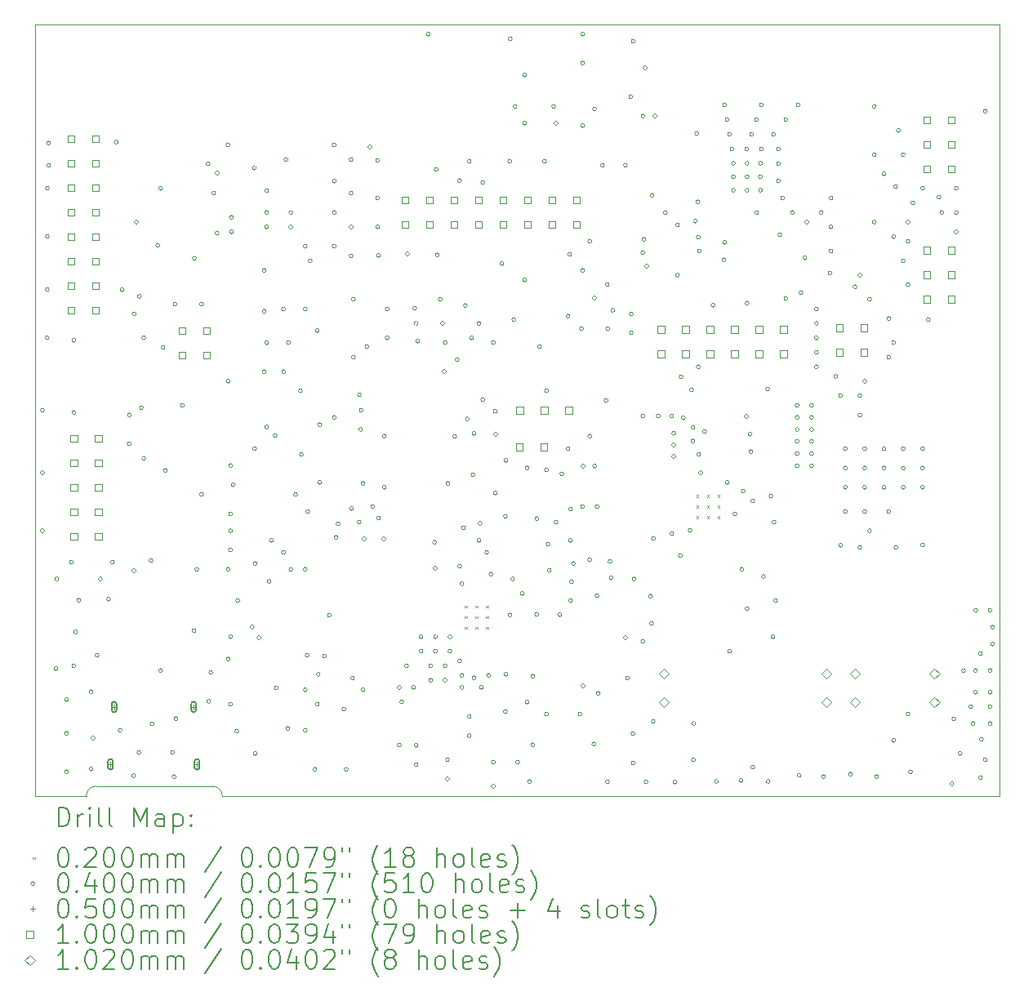
<source format=gbr>
%TF.GenerationSoftware,KiCad,Pcbnew,7.0.2-6a45011f42~172~ubuntu20.04.1*%
%TF.CreationDate,2023-04-30T22:50:11+02:00*%
%TF.ProjectId,pippino_board,70697070-696e-46f5-9f62-6f6172642e6b,rev?*%
%TF.SameCoordinates,Original*%
%TF.FileFunction,Drillmap*%
%TF.FilePolarity,Positive*%
%FSLAX45Y45*%
G04 Gerber Fmt 4.5, Leading zero omitted, Abs format (unit mm)*
G04 Created by KiCad (PCBNEW 7.0.2-6a45011f42~172~ubuntu20.04.1) date 2023-04-30 22:50:11*
%MOMM*%
%LPD*%
G01*
G04 APERTURE LIST*
%ADD10C,0.100000*%
%ADD11C,0.200000*%
%ADD12C,0.020000*%
%ADD13C,0.040000*%
%ADD14C,0.050000*%
%ADD15C,0.102000*%
G04 APERTURE END LIST*
D10*
X20000000Y-16000000D02*
X11940000Y-16000000D01*
X10000000Y-16000000D02*
X10000000Y-8000000D01*
X10000000Y-8000000D02*
X20000000Y-8000000D01*
X10530000Y-16000000D02*
X10000000Y-16000000D01*
X10630000Y-15900000D02*
G75*
G03*
X10530000Y-16000000I0J-100000D01*
G01*
X10630000Y-15900000D02*
X11840000Y-15900000D01*
X11940000Y-16000000D02*
G75*
G03*
X11840000Y-15900000I-100000J0D01*
G01*
X20000000Y-8000000D02*
X20000000Y-16000000D01*
D11*
D12*
X14455000Y-14030000D02*
X14475000Y-14050000D01*
X14475000Y-14030000D02*
X14455000Y-14050000D01*
X14455000Y-14140000D02*
X14475000Y-14160000D01*
X14475000Y-14140000D02*
X14455000Y-14160000D01*
X14455000Y-14250000D02*
X14475000Y-14270000D01*
X14475000Y-14250000D02*
X14455000Y-14270000D01*
X14565000Y-14030000D02*
X14585000Y-14050000D01*
X14585000Y-14030000D02*
X14565000Y-14050000D01*
X14565000Y-14140000D02*
X14585000Y-14160000D01*
X14585000Y-14140000D02*
X14565000Y-14160000D01*
X14565000Y-14250000D02*
X14585000Y-14270000D01*
X14585000Y-14250000D02*
X14565000Y-14270000D01*
X14675000Y-14030000D02*
X14695000Y-14050000D01*
X14695000Y-14030000D02*
X14675000Y-14050000D01*
X14675000Y-14140000D02*
X14695000Y-14160000D01*
X14695000Y-14140000D02*
X14675000Y-14160000D01*
X14675000Y-14250000D02*
X14695000Y-14270000D01*
X14695000Y-14250000D02*
X14675000Y-14270000D01*
X16855000Y-12880000D02*
X16875000Y-12900000D01*
X16875000Y-12880000D02*
X16855000Y-12900000D01*
X16855000Y-12990000D02*
X16875000Y-13010000D01*
X16875000Y-12990000D02*
X16855000Y-13010000D01*
X16855000Y-13100000D02*
X16875000Y-13120000D01*
X16875000Y-13100000D02*
X16855000Y-13120000D01*
X16965000Y-12880000D02*
X16985000Y-12900000D01*
X16985000Y-12880000D02*
X16965000Y-12900000D01*
X16965000Y-12990000D02*
X16985000Y-13010000D01*
X16985000Y-12990000D02*
X16965000Y-13010000D01*
X16965000Y-13100000D02*
X16985000Y-13120000D01*
X16985000Y-13100000D02*
X16965000Y-13120000D01*
X17075000Y-12880000D02*
X17095000Y-12900000D01*
X17095000Y-12880000D02*
X17075000Y-12900000D01*
X17075000Y-12990000D02*
X17095000Y-13010000D01*
X17095000Y-12990000D02*
X17075000Y-13010000D01*
X17075000Y-13100000D02*
X17095000Y-13120000D01*
X17095000Y-13100000D02*
X17075000Y-13120000D01*
D13*
X10095000Y-12000000D02*
G75*
G03*
X10095000Y-12000000I-20000J0D01*
G01*
X10095000Y-12650000D02*
G75*
G03*
X10095000Y-12650000I-20000J0D01*
G01*
X10095000Y-13250000D02*
G75*
G03*
X10095000Y-13250000I-20000J0D01*
G01*
X10145000Y-9700000D02*
G75*
G03*
X10145000Y-9700000I-20000J0D01*
G01*
X10145000Y-10200000D02*
G75*
G03*
X10145000Y-10200000I-20000J0D01*
G01*
X10145000Y-10750000D02*
G75*
G03*
X10145000Y-10750000I-20000J0D01*
G01*
X10145000Y-11250000D02*
G75*
G03*
X10145000Y-11250000I-20000J0D01*
G01*
X10160000Y-9230000D02*
G75*
G03*
X10160000Y-9230000I-20000J0D01*
G01*
X10160000Y-9460000D02*
G75*
G03*
X10160000Y-9460000I-20000J0D01*
G01*
X10235000Y-14680000D02*
G75*
G03*
X10235000Y-14680000I-20000J0D01*
G01*
X10245000Y-13750000D02*
G75*
G03*
X10245000Y-13750000I-20000J0D01*
G01*
X10345000Y-15000000D02*
G75*
G03*
X10345000Y-15000000I-20000J0D01*
G01*
X10345000Y-15350000D02*
G75*
G03*
X10345000Y-15350000I-20000J0D01*
G01*
X10345000Y-15750000D02*
G75*
G03*
X10345000Y-15750000I-20000J0D01*
G01*
X10395000Y-13575000D02*
G75*
G03*
X10395000Y-13575000I-20000J0D01*
G01*
X10420000Y-11275000D02*
G75*
G03*
X10420000Y-11275000I-20000J0D01*
G01*
X10420000Y-12025000D02*
G75*
G03*
X10420000Y-12025000I-20000J0D01*
G01*
X10420000Y-14650000D02*
G75*
G03*
X10420000Y-14650000I-20000J0D01*
G01*
X10440000Y-14300000D02*
G75*
G03*
X10440000Y-14300000I-20000J0D01*
G01*
X10472100Y-13970000D02*
G75*
G03*
X10472100Y-13970000I-20000J0D01*
G01*
X10600000Y-14920000D02*
G75*
G03*
X10600000Y-14920000I-20000J0D01*
G01*
X10600000Y-15720000D02*
G75*
G03*
X10600000Y-15720000I-20000J0D01*
G01*
X10620000Y-15400000D02*
G75*
G03*
X10620000Y-15400000I-20000J0D01*
G01*
X10660000Y-14540000D02*
G75*
G03*
X10660000Y-14540000I-20000J0D01*
G01*
X10695000Y-13750000D02*
G75*
G03*
X10695000Y-13750000I-20000J0D01*
G01*
X10780000Y-13960000D02*
G75*
G03*
X10780000Y-13960000I-20000J0D01*
G01*
X10820000Y-13575000D02*
G75*
G03*
X10820000Y-13575000I-20000J0D01*
G01*
X10860000Y-9220000D02*
G75*
G03*
X10860000Y-9220000I-20000J0D01*
G01*
X10900000Y-15320000D02*
G75*
G03*
X10900000Y-15320000I-20000J0D01*
G01*
X10920000Y-10750000D02*
G75*
G03*
X10920000Y-10750000I-20000J0D01*
G01*
X10995000Y-12050000D02*
G75*
G03*
X10995000Y-12050000I-20000J0D01*
G01*
X10995000Y-12350000D02*
G75*
G03*
X10995000Y-12350000I-20000J0D01*
G01*
X11040000Y-15790000D02*
G75*
G03*
X11040000Y-15790000I-20000J0D01*
G01*
X11043600Y-13665200D02*
G75*
G03*
X11043600Y-13665200I-20000J0D01*
G01*
X11045000Y-11000000D02*
G75*
G03*
X11045000Y-11000000I-20000J0D01*
G01*
X11070000Y-10050000D02*
G75*
G03*
X11070000Y-10050000I-20000J0D01*
G01*
X11095000Y-15550000D02*
G75*
G03*
X11095000Y-15550000I-20000J0D01*
G01*
X11100000Y-10820000D02*
G75*
G03*
X11100000Y-10820000I-20000J0D01*
G01*
X11120000Y-11975000D02*
G75*
G03*
X11120000Y-11975000I-20000J0D01*
G01*
X11145000Y-11250000D02*
G75*
G03*
X11145000Y-11250000I-20000J0D01*
G01*
X11145000Y-12500000D02*
G75*
G03*
X11145000Y-12500000I-20000J0D01*
G01*
X11220000Y-13560000D02*
G75*
G03*
X11220000Y-13560000I-20000J0D01*
G01*
X11231000Y-15251000D02*
G75*
G03*
X11231000Y-15251000I-20000J0D01*
G01*
X11290000Y-10290000D02*
G75*
G03*
X11290000Y-10290000I-20000J0D01*
G01*
X11320000Y-9700000D02*
G75*
G03*
X11320000Y-9700000I-20000J0D01*
G01*
X11320000Y-14700000D02*
G75*
G03*
X11320000Y-14700000I-20000J0D01*
G01*
X11345000Y-11350000D02*
G75*
G03*
X11345000Y-11350000I-20000J0D01*
G01*
X11370000Y-12625000D02*
G75*
G03*
X11370000Y-12625000I-20000J0D01*
G01*
X11445000Y-15550000D02*
G75*
G03*
X11445000Y-15550000I-20000J0D01*
G01*
X11460000Y-15800000D02*
G75*
G03*
X11460000Y-15800000I-20000J0D01*
G01*
X11470000Y-10900000D02*
G75*
G03*
X11470000Y-10900000I-20000J0D01*
G01*
X11480000Y-15200000D02*
G75*
G03*
X11480000Y-15200000I-20000J0D01*
G01*
X11545000Y-11950000D02*
G75*
G03*
X11545000Y-11950000I-20000J0D01*
G01*
X11666000Y-14287000D02*
G75*
G03*
X11666000Y-14287000I-20000J0D01*
G01*
X11670000Y-10425000D02*
G75*
G03*
X11670000Y-10425000I-20000J0D01*
G01*
X11695000Y-13650000D02*
G75*
G03*
X11695000Y-13650000I-20000J0D01*
G01*
X11745000Y-10900000D02*
G75*
G03*
X11745000Y-10900000I-20000J0D01*
G01*
X11745000Y-12875000D02*
G75*
G03*
X11745000Y-12875000I-20000J0D01*
G01*
X11811600Y-9444800D02*
G75*
G03*
X11811600Y-9444800I-20000J0D01*
G01*
X11820000Y-15020000D02*
G75*
G03*
X11820000Y-15020000I-20000J0D01*
G01*
X11840000Y-14720000D02*
G75*
G03*
X11840000Y-14720000I-20000J0D01*
G01*
X11870000Y-9750000D02*
G75*
G03*
X11870000Y-9750000I-20000J0D01*
G01*
X11906270Y-10163730D02*
G75*
G03*
X11906270Y-10163730I-20000J0D01*
G01*
X11908200Y-9541400D02*
G75*
G03*
X11908200Y-9541400I-20000J0D01*
G01*
X12020000Y-9250000D02*
G75*
G03*
X12020000Y-9250000I-20000J0D01*
G01*
X12020000Y-11700000D02*
G75*
G03*
X12020000Y-11700000I-20000J0D01*
G01*
X12020000Y-13650000D02*
G75*
G03*
X12020000Y-13650000I-20000J0D01*
G01*
X12020000Y-14580000D02*
G75*
G03*
X12020000Y-14580000I-20000J0D01*
G01*
X12045000Y-12575000D02*
G75*
G03*
X12045000Y-12575000I-20000J0D01*
G01*
X12045000Y-13075000D02*
G75*
G03*
X12045000Y-13075000I-20000J0D01*
G01*
X12045000Y-13250000D02*
G75*
G03*
X12045000Y-13250000I-20000J0D01*
G01*
X12045000Y-13450000D02*
G75*
G03*
X12045000Y-13450000I-20000J0D01*
G01*
X12045000Y-14350000D02*
G75*
G03*
X12045000Y-14350000I-20000J0D01*
G01*
X12045000Y-15050000D02*
G75*
G03*
X12045000Y-15050000I-20000J0D01*
G01*
X12055050Y-10000000D02*
G75*
G03*
X12055050Y-10000000I-20000J0D01*
G01*
X12055050Y-10150000D02*
G75*
G03*
X12055050Y-10150000I-20000J0D01*
G01*
X12070000Y-12775000D02*
G75*
G03*
X12070000Y-12775000I-20000J0D01*
G01*
X12110000Y-15330000D02*
G75*
G03*
X12110000Y-15330000I-20000J0D01*
G01*
X12120000Y-13975000D02*
G75*
G03*
X12120000Y-13975000I-20000J0D01*
G01*
X12270000Y-14250000D02*
G75*
G03*
X12270000Y-14250000I-20000J0D01*
G01*
X12290000Y-9490000D02*
G75*
G03*
X12290000Y-9490000I-20000J0D01*
G01*
X12295000Y-12400000D02*
G75*
G03*
X12295000Y-12400000I-20000J0D01*
G01*
X12300000Y-15560000D02*
G75*
G03*
X12300000Y-15560000I-20000J0D01*
G01*
X12300900Y-13589000D02*
G75*
G03*
X12300900Y-13589000I-20000J0D01*
G01*
X12340000Y-14360000D02*
G75*
G03*
X12340000Y-14360000I-20000J0D01*
G01*
X12395000Y-10550000D02*
G75*
G03*
X12395000Y-10550000I-20000J0D01*
G01*
X12395000Y-10975000D02*
G75*
G03*
X12395000Y-10975000I-20000J0D01*
G01*
X12395000Y-11600000D02*
G75*
G03*
X12395000Y-11600000I-20000J0D01*
G01*
X12420000Y-9725000D02*
G75*
G03*
X12420000Y-9725000I-20000J0D01*
G01*
X12420000Y-9950000D02*
G75*
G03*
X12420000Y-9950000I-20000J0D01*
G01*
X12420000Y-10100000D02*
G75*
G03*
X12420000Y-10100000I-20000J0D01*
G01*
X12420000Y-11300000D02*
G75*
G03*
X12420000Y-11300000I-20000J0D01*
G01*
X12420000Y-12175000D02*
G75*
G03*
X12420000Y-12175000I-20000J0D01*
G01*
X12445000Y-13775000D02*
G75*
G03*
X12445000Y-13775000I-20000J0D01*
G01*
X12470000Y-13350000D02*
G75*
G03*
X12470000Y-13350000I-20000J0D01*
G01*
X12507500Y-12262500D02*
G75*
G03*
X12507500Y-12262500I-20000J0D01*
G01*
X12520000Y-14880000D02*
G75*
G03*
X12520000Y-14880000I-20000J0D01*
G01*
X12595000Y-10950000D02*
G75*
G03*
X12595000Y-10950000I-20000J0D01*
G01*
X12595000Y-11600000D02*
G75*
G03*
X12595000Y-11600000I-20000J0D01*
G01*
X12595000Y-13475000D02*
G75*
G03*
X12595000Y-13475000I-20000J0D01*
G01*
X12620000Y-9400000D02*
G75*
G03*
X12620000Y-9400000I-20000J0D01*
G01*
X12640000Y-15300000D02*
G75*
G03*
X12640000Y-15300000I-20000J0D01*
G01*
X12645000Y-11300000D02*
G75*
G03*
X12645000Y-11300000I-20000J0D01*
G01*
X12670000Y-9950000D02*
G75*
G03*
X12670000Y-9950000I-20000J0D01*
G01*
X12670000Y-10100000D02*
G75*
G03*
X12670000Y-10100000I-20000J0D01*
G01*
X12670000Y-13650000D02*
G75*
G03*
X12670000Y-13650000I-20000J0D01*
G01*
X12720000Y-12875000D02*
G75*
G03*
X12720000Y-12875000I-20000J0D01*
G01*
X12770000Y-11800000D02*
G75*
G03*
X12770000Y-11800000I-20000J0D01*
G01*
X12780000Y-12460000D02*
G75*
G03*
X12780000Y-12460000I-20000J0D01*
G01*
X12820000Y-10300000D02*
G75*
G03*
X12820000Y-10300000I-20000J0D01*
G01*
X12820000Y-10950000D02*
G75*
G03*
X12820000Y-10950000I-20000J0D01*
G01*
X12820000Y-13650000D02*
G75*
G03*
X12820000Y-13650000I-20000J0D01*
G01*
X12820000Y-14900000D02*
G75*
G03*
X12820000Y-14900000I-20000J0D01*
G01*
X12820000Y-15320000D02*
G75*
G03*
X12820000Y-15320000I-20000J0D01*
G01*
X12840000Y-14540000D02*
G75*
G03*
X12840000Y-14540000I-20000J0D01*
G01*
X12845000Y-13050000D02*
G75*
G03*
X12845000Y-13050000I-20000J0D01*
G01*
X12870000Y-10450000D02*
G75*
G03*
X12870000Y-10450000I-20000J0D01*
G01*
X12920000Y-15725000D02*
G75*
G03*
X12920000Y-15725000I-20000J0D01*
G01*
X12945000Y-11175000D02*
G75*
G03*
X12945000Y-11175000I-20000J0D01*
G01*
X12945000Y-15050000D02*
G75*
G03*
X12945000Y-15050000I-20000J0D01*
G01*
X12955000Y-14740000D02*
G75*
G03*
X12955000Y-14740000I-20000J0D01*
G01*
X12970000Y-12150000D02*
G75*
G03*
X12970000Y-12150000I-20000J0D01*
G01*
X12970000Y-12750000D02*
G75*
G03*
X12970000Y-12750000I-20000J0D01*
G01*
X13020000Y-14550000D02*
G75*
G03*
X13020000Y-14550000I-20000J0D01*
G01*
X13070000Y-14125000D02*
G75*
G03*
X13070000Y-14125000I-20000J0D01*
G01*
X13120000Y-9250000D02*
G75*
G03*
X13120000Y-9250000I-20000J0D01*
G01*
X13120000Y-9625000D02*
G75*
G03*
X13120000Y-9625000I-20000J0D01*
G01*
X13120000Y-9950000D02*
G75*
G03*
X13120000Y-9950000I-20000J0D01*
G01*
X13120000Y-10300000D02*
G75*
G03*
X13120000Y-10300000I-20000J0D01*
G01*
X13120000Y-12075000D02*
G75*
G03*
X13120000Y-12075000I-20000J0D01*
G01*
X13140000Y-13320000D02*
G75*
G03*
X13140000Y-13320000I-20000J0D01*
G01*
X13160000Y-13180000D02*
G75*
G03*
X13160000Y-13180000I-20000J0D01*
G01*
X13220000Y-15100000D02*
G75*
G03*
X13220000Y-15100000I-20000J0D01*
G01*
X13245000Y-15725000D02*
G75*
G03*
X13245000Y-15725000I-20000J0D01*
G01*
X13295000Y-9400000D02*
G75*
G03*
X13295000Y-9400000I-20000J0D01*
G01*
X13295000Y-9750000D02*
G75*
G03*
X13295000Y-9750000I-20000J0D01*
G01*
X13295000Y-10100000D02*
G75*
G03*
X13295000Y-10100000I-20000J0D01*
G01*
X13295000Y-10400000D02*
G75*
G03*
X13295000Y-10400000I-20000J0D01*
G01*
X13300000Y-13020000D02*
G75*
G03*
X13300000Y-13020000I-20000J0D01*
G01*
X13310000Y-14780000D02*
G75*
G03*
X13310000Y-14780000I-20000J0D01*
G01*
X13320000Y-10850000D02*
G75*
G03*
X13320000Y-10850000I-20000J0D01*
G01*
X13320000Y-11450000D02*
G75*
G03*
X13320000Y-11450000I-20000J0D01*
G01*
X13380000Y-11840000D02*
G75*
G03*
X13380000Y-11840000I-20000J0D01*
G01*
X13380000Y-13160000D02*
G75*
G03*
X13380000Y-13160000I-20000J0D01*
G01*
X13395000Y-12200000D02*
G75*
G03*
X13395000Y-12200000I-20000J0D01*
G01*
X13400000Y-12000000D02*
G75*
G03*
X13400000Y-12000000I-20000J0D01*
G01*
X13420000Y-12760000D02*
G75*
G03*
X13420000Y-12760000I-20000J0D01*
G01*
X13420000Y-14900000D02*
G75*
G03*
X13420000Y-14900000I-20000J0D01*
G01*
X13431200Y-13335000D02*
G75*
G03*
X13431200Y-13335000I-20000J0D01*
G01*
X13460000Y-11340000D02*
G75*
G03*
X13460000Y-11340000I-20000J0D01*
G01*
X13490000Y-9270000D02*
G75*
G03*
X13490000Y-9270000I-20000J0D01*
G01*
X13520000Y-13000000D02*
G75*
G03*
X13520000Y-13000000I-20000J0D01*
G01*
X13570000Y-9410000D02*
G75*
G03*
X13570000Y-9410000I-20000J0D01*
G01*
X13570000Y-9800000D02*
G75*
G03*
X13570000Y-9800000I-20000J0D01*
G01*
X13570000Y-10100000D02*
G75*
G03*
X13570000Y-10100000I-20000J0D01*
G01*
X13580000Y-10395000D02*
G75*
G03*
X13580000Y-10395000I-20000J0D01*
G01*
X13580000Y-13120000D02*
G75*
G03*
X13580000Y-13120000I-20000J0D01*
G01*
X13634400Y-13335000D02*
G75*
G03*
X13634400Y-13335000I-20000J0D01*
G01*
X13640000Y-12270000D02*
G75*
G03*
X13640000Y-12270000I-20000J0D01*
G01*
X13640000Y-12800000D02*
G75*
G03*
X13640000Y-12800000I-20000J0D01*
G01*
X13670000Y-10950000D02*
G75*
G03*
X13670000Y-10950000I-20000J0D01*
G01*
X13670000Y-11250000D02*
G75*
G03*
X13670000Y-11250000I-20000J0D01*
G01*
X13795000Y-14875000D02*
G75*
G03*
X13795000Y-14875000I-20000J0D01*
G01*
X13795000Y-15475000D02*
G75*
G03*
X13795000Y-15475000I-20000J0D01*
G01*
X13820000Y-15025000D02*
G75*
G03*
X13820000Y-15025000I-20000J0D01*
G01*
X13870000Y-14650000D02*
G75*
G03*
X13870000Y-14650000I-20000J0D01*
G01*
X13880000Y-10380000D02*
G75*
G03*
X13880000Y-10380000I-20000J0D01*
G01*
X13945000Y-14875000D02*
G75*
G03*
X13945000Y-14875000I-20000J0D01*
G01*
X13955000Y-10945000D02*
G75*
G03*
X13955000Y-10945000I-20000J0D01*
G01*
X13970000Y-11100000D02*
G75*
G03*
X13970000Y-11100000I-20000J0D01*
G01*
X13970000Y-15475000D02*
G75*
G03*
X13970000Y-15475000I-20000J0D01*
G01*
X13970000Y-15675000D02*
G75*
G03*
X13970000Y-15675000I-20000J0D01*
G01*
X13985000Y-11285000D02*
G75*
G03*
X13985000Y-11285000I-20000J0D01*
G01*
X14020000Y-14350000D02*
G75*
G03*
X14020000Y-14350000I-20000J0D01*
G01*
X14020000Y-14500000D02*
G75*
G03*
X14020000Y-14500000I-20000J0D01*
G01*
X14095000Y-8100000D02*
G75*
G03*
X14095000Y-8100000I-20000J0D01*
G01*
X14120000Y-14650000D02*
G75*
G03*
X14120000Y-14650000I-20000J0D01*
G01*
X14120000Y-14800000D02*
G75*
G03*
X14120000Y-14800000I-20000J0D01*
G01*
X14160000Y-13370000D02*
G75*
G03*
X14160000Y-13370000I-20000J0D01*
G01*
X14167800Y-13639800D02*
G75*
G03*
X14167800Y-13639800I-20000J0D01*
G01*
X14170000Y-14350000D02*
G75*
G03*
X14170000Y-14350000I-20000J0D01*
G01*
X14170000Y-14500000D02*
G75*
G03*
X14170000Y-14500000I-20000J0D01*
G01*
X14178000Y-9505000D02*
G75*
G03*
X14178000Y-9505000I-20000J0D01*
G01*
X14190000Y-10390000D02*
G75*
G03*
X14190000Y-10390000I-20000J0D01*
G01*
X14220000Y-10850000D02*
G75*
G03*
X14220000Y-10850000I-20000J0D01*
G01*
X14245000Y-11100000D02*
G75*
G03*
X14245000Y-11100000I-20000J0D01*
G01*
X14260000Y-11600000D02*
G75*
G03*
X14260000Y-11600000I-20000J0D01*
G01*
X14270000Y-11300000D02*
G75*
G03*
X14270000Y-11300000I-20000J0D01*
G01*
X14270000Y-14650000D02*
G75*
G03*
X14270000Y-14650000I-20000J0D01*
G01*
X14270000Y-14800000D02*
G75*
G03*
X14270000Y-14800000I-20000J0D01*
G01*
X14295000Y-15625000D02*
G75*
G03*
X14295000Y-15625000I-20000J0D01*
G01*
X14295000Y-15825000D02*
G75*
G03*
X14295000Y-15825000I-20000J0D01*
G01*
X14300000Y-12760000D02*
G75*
G03*
X14300000Y-12760000I-20000J0D01*
G01*
X14320000Y-14350000D02*
G75*
G03*
X14320000Y-14350000I-20000J0D01*
G01*
X14320000Y-14500000D02*
G75*
G03*
X14320000Y-14500000I-20000J0D01*
G01*
X14370000Y-12270000D02*
G75*
G03*
X14370000Y-12270000I-20000J0D01*
G01*
X14395000Y-11475000D02*
G75*
G03*
X14395000Y-11475000I-20000J0D01*
G01*
X14420000Y-9620000D02*
G75*
G03*
X14420000Y-9620000I-20000J0D01*
G01*
X14420000Y-13620000D02*
G75*
G03*
X14420000Y-13620000I-20000J0D01*
G01*
X14420000Y-14600000D02*
G75*
G03*
X14420000Y-14600000I-20000J0D01*
G01*
X14445000Y-13800000D02*
G75*
G03*
X14445000Y-13800000I-20000J0D01*
G01*
X14445000Y-14750000D02*
G75*
G03*
X14445000Y-14750000I-20000J0D01*
G01*
X14445000Y-14875000D02*
G75*
G03*
X14445000Y-14875000I-20000J0D01*
G01*
X14460000Y-13220000D02*
G75*
G03*
X14460000Y-13220000I-20000J0D01*
G01*
X14480000Y-10915000D02*
G75*
G03*
X14480000Y-10915000I-20000J0D01*
G01*
X14500000Y-12090000D02*
G75*
G03*
X14500000Y-12090000I-20000J0D01*
G01*
X14520000Y-9420000D02*
G75*
G03*
X14520000Y-9420000I-20000J0D01*
G01*
X14520000Y-15175000D02*
G75*
G03*
X14520000Y-15175000I-20000J0D01*
G01*
X14520000Y-15375000D02*
G75*
G03*
X14520000Y-15375000I-20000J0D01*
G01*
X14545000Y-11250000D02*
G75*
G03*
X14545000Y-11250000I-20000J0D01*
G01*
X14560000Y-12670000D02*
G75*
G03*
X14560000Y-12670000I-20000J0D01*
G01*
X14570000Y-12240000D02*
G75*
G03*
X14570000Y-12240000I-20000J0D01*
G01*
X14570000Y-14775000D02*
G75*
G03*
X14570000Y-14775000I-20000J0D01*
G01*
X14620000Y-11100000D02*
G75*
G03*
X14620000Y-11100000I-20000J0D01*
G01*
X14620000Y-13350000D02*
G75*
G03*
X14620000Y-13350000I-20000J0D01*
G01*
X14632500Y-13175000D02*
G75*
G03*
X14632500Y-13175000I-20000J0D01*
G01*
X14645000Y-14875000D02*
G75*
G03*
X14645000Y-14875000I-20000J0D01*
G01*
X14660000Y-9640000D02*
G75*
G03*
X14660000Y-9640000I-20000J0D01*
G01*
X14660000Y-11890000D02*
G75*
G03*
X14660000Y-11890000I-20000J0D01*
G01*
X14701200Y-13474700D02*
G75*
G03*
X14701200Y-13474700I-20000J0D01*
G01*
X14720000Y-14750000D02*
G75*
G03*
X14720000Y-14750000I-20000J0D01*
G01*
X14745000Y-13700000D02*
G75*
G03*
X14745000Y-13700000I-20000J0D01*
G01*
X14770000Y-11300000D02*
G75*
G03*
X14770000Y-11300000I-20000J0D01*
G01*
X14770000Y-15650000D02*
G75*
G03*
X14770000Y-15650000I-20000J0D01*
G01*
X14770000Y-15900000D02*
G75*
G03*
X14770000Y-15900000I-20000J0D01*
G01*
X14790000Y-12010000D02*
G75*
G03*
X14790000Y-12010000I-20000J0D01*
G01*
X14790000Y-12860000D02*
G75*
G03*
X14790000Y-12860000I-20000J0D01*
G01*
X14795000Y-12250000D02*
G75*
G03*
X14795000Y-12250000I-20000J0D01*
G01*
X14860000Y-10480000D02*
G75*
G03*
X14860000Y-10480000I-20000J0D01*
G01*
X14895000Y-13100000D02*
G75*
G03*
X14895000Y-13100000I-20000J0D01*
G01*
X14895000Y-15125000D02*
G75*
G03*
X14895000Y-15125000I-20000J0D01*
G01*
X14900000Y-12520000D02*
G75*
G03*
X14900000Y-12520000I-20000J0D01*
G01*
X14900000Y-14740000D02*
G75*
G03*
X14900000Y-14740000I-20000J0D01*
G01*
X14940000Y-9420000D02*
G75*
G03*
X14940000Y-9420000I-20000J0D01*
G01*
X14942500Y-14122400D02*
G75*
G03*
X14942500Y-14122400I-20000J0D01*
G01*
X14945000Y-8150000D02*
G75*
G03*
X14945000Y-8150000I-20000J0D01*
G01*
X14970000Y-13750000D02*
G75*
G03*
X14970000Y-13750000I-20000J0D01*
G01*
X14981270Y-11063730D02*
G75*
G03*
X14981270Y-11063730I-20000J0D01*
G01*
X14995000Y-8850000D02*
G75*
G03*
X14995000Y-8850000I-20000J0D01*
G01*
X15020000Y-15650000D02*
G75*
G03*
X15020000Y-15650000I-20000J0D01*
G01*
X15070000Y-13900000D02*
G75*
G03*
X15070000Y-13900000I-20000J0D01*
G01*
X15095000Y-8525000D02*
G75*
G03*
X15095000Y-8525000I-20000J0D01*
G01*
X15095000Y-9025000D02*
G75*
G03*
X15095000Y-9025000I-20000J0D01*
G01*
X15095000Y-10650000D02*
G75*
G03*
X15095000Y-10650000I-20000J0D01*
G01*
X15120000Y-12600000D02*
G75*
G03*
X15120000Y-12600000I-20000J0D01*
G01*
X15121230Y-15026230D02*
G75*
G03*
X15121230Y-15026230I-20000J0D01*
G01*
X15145000Y-15850000D02*
G75*
G03*
X15145000Y-15850000I-20000J0D01*
G01*
X15177480Y-15469980D02*
G75*
G03*
X15177480Y-15469980I-20000J0D01*
G01*
X15180000Y-14760000D02*
G75*
G03*
X15180000Y-14760000I-20000J0D01*
G01*
X15220000Y-13125000D02*
G75*
G03*
X15220000Y-13125000I-20000J0D01*
G01*
X15220000Y-14117500D02*
G75*
G03*
X15220000Y-14117500I-20000J0D01*
G01*
X15250000Y-11340000D02*
G75*
G03*
X15250000Y-11340000I-20000J0D01*
G01*
X15300000Y-9420000D02*
G75*
G03*
X15300000Y-9420000I-20000J0D01*
G01*
X15320000Y-11797450D02*
G75*
G03*
X15320000Y-11797450I-20000J0D01*
G01*
X15320000Y-12620000D02*
G75*
G03*
X15320000Y-12620000I-20000J0D01*
G01*
X15320000Y-15150000D02*
G75*
G03*
X15320000Y-15150000I-20000J0D01*
G01*
X15340000Y-13390000D02*
G75*
G03*
X15340000Y-13390000I-20000J0D01*
G01*
X15350000Y-13660000D02*
G75*
G03*
X15350000Y-13660000I-20000J0D01*
G01*
X15395000Y-8850000D02*
G75*
G03*
X15395000Y-8850000I-20000J0D01*
G01*
X15420000Y-9025000D02*
G75*
G03*
X15420000Y-9025000I-20000J0D01*
G01*
X15420000Y-13160000D02*
G75*
G03*
X15420000Y-13160000I-20000J0D01*
G01*
X15460000Y-14120000D02*
G75*
G03*
X15460000Y-14120000I-20000J0D01*
G01*
X15480000Y-12660000D02*
G75*
G03*
X15480000Y-12660000I-20000J0D01*
G01*
X15545000Y-11025000D02*
G75*
G03*
X15545000Y-11025000I-20000J0D01*
G01*
X15545000Y-12400000D02*
G75*
G03*
X15545000Y-12400000I-20000J0D01*
G01*
X15561000Y-10384000D02*
G75*
G03*
X15561000Y-10384000I-20000J0D01*
G01*
X15570000Y-13025000D02*
G75*
G03*
X15570000Y-13025000I-20000J0D01*
G01*
X15570000Y-13350000D02*
G75*
G03*
X15570000Y-13350000I-20000J0D01*
G01*
X15570000Y-13975000D02*
G75*
G03*
X15570000Y-13975000I-20000J0D01*
G01*
X15580000Y-13780000D02*
G75*
G03*
X15580000Y-13780000I-20000J0D01*
G01*
X15600000Y-13590000D02*
G75*
G03*
X15600000Y-13590000I-20000J0D01*
G01*
X15670000Y-15150000D02*
G75*
G03*
X15670000Y-15150000I-20000J0D01*
G01*
X15685000Y-11153750D02*
G75*
G03*
X15685000Y-11153750I-20000J0D01*
G01*
X15695000Y-8100000D02*
G75*
G03*
X15695000Y-8100000I-20000J0D01*
G01*
X15695000Y-8400000D02*
G75*
G03*
X15695000Y-8400000I-20000J0D01*
G01*
X15695000Y-9050000D02*
G75*
G03*
X15695000Y-9050000I-20000J0D01*
G01*
X15695000Y-10550000D02*
G75*
G03*
X15695000Y-10550000I-20000J0D01*
G01*
X15695000Y-13000000D02*
G75*
G03*
X15695000Y-13000000I-20000J0D01*
G01*
X15700000Y-12580000D02*
G75*
G03*
X15700000Y-12580000I-20000J0D01*
G01*
X15700000Y-14860000D02*
G75*
G03*
X15700000Y-14860000I-20000J0D01*
G01*
X15770000Y-10250000D02*
G75*
G03*
X15770000Y-10250000I-20000J0D01*
G01*
X15770000Y-12270000D02*
G75*
G03*
X15770000Y-12270000I-20000J0D01*
G01*
X15770000Y-13550000D02*
G75*
G03*
X15770000Y-13550000I-20000J0D01*
G01*
X15811230Y-15461230D02*
G75*
G03*
X15811230Y-15461230I-20000J0D01*
G01*
X15818000Y-10836000D02*
G75*
G03*
X15818000Y-10836000I-20000J0D01*
G01*
X15820000Y-8875000D02*
G75*
G03*
X15820000Y-8875000I-20000J0D01*
G01*
X15820000Y-12580000D02*
G75*
G03*
X15820000Y-12580000I-20000J0D01*
G01*
X15845000Y-13000000D02*
G75*
G03*
X15845000Y-13000000I-20000J0D01*
G01*
X15845000Y-13925000D02*
G75*
G03*
X15845000Y-13925000I-20000J0D01*
G01*
X15856900Y-14935200D02*
G75*
G03*
X15856900Y-14935200I-20000J0D01*
G01*
X15900000Y-9460000D02*
G75*
G03*
X15900000Y-9460000I-20000J0D01*
G01*
X15940000Y-11900000D02*
G75*
G03*
X15940000Y-11900000I-20000J0D01*
G01*
X15951000Y-10697450D02*
G75*
G03*
X15951000Y-10697450I-20000J0D01*
G01*
X15952500Y-15855000D02*
G75*
G03*
X15952500Y-15855000I-20000J0D01*
G01*
X15955000Y-11153750D02*
G75*
G03*
X15955000Y-11153750I-20000J0D01*
G01*
X15980000Y-13570000D02*
G75*
G03*
X15980000Y-13570000I-20000J0D01*
G01*
X15990000Y-13740000D02*
G75*
G03*
X15990000Y-13740000I-20000J0D01*
G01*
X16006972Y-10964669D02*
G75*
G03*
X16006972Y-10964669I-20000J0D01*
G01*
X16140000Y-9460000D02*
G75*
G03*
X16140000Y-9460000I-20000J0D01*
G01*
X16140000Y-14360000D02*
G75*
G03*
X16140000Y-14360000I-20000J0D01*
G01*
X16160000Y-14780000D02*
G75*
G03*
X16160000Y-14780000I-20000J0D01*
G01*
X16195000Y-8750000D02*
G75*
G03*
X16195000Y-8750000I-20000J0D01*
G01*
X16199800Y-11003280D02*
G75*
G03*
X16199800Y-11003280I-20000J0D01*
G01*
X16199800Y-11196320D02*
G75*
G03*
X16199800Y-11196320I-20000J0D01*
G01*
X16218730Y-15353730D02*
G75*
G03*
X16218730Y-15353730I-20000J0D01*
G01*
X16220000Y-8175000D02*
G75*
G03*
X16220000Y-8175000I-20000J0D01*
G01*
X16220000Y-15659100D02*
G75*
G03*
X16220000Y-15659100I-20000J0D01*
G01*
X16230000Y-13750000D02*
G75*
G03*
X16230000Y-13750000I-20000J0D01*
G01*
X16320000Y-8950000D02*
G75*
G03*
X16320000Y-8950000I-20000J0D01*
G01*
X16320000Y-10368280D02*
G75*
G03*
X16320000Y-10368280I-20000J0D01*
G01*
X16320000Y-12060000D02*
G75*
G03*
X16320000Y-12060000I-20000J0D01*
G01*
X16320000Y-14399230D02*
G75*
G03*
X16320000Y-14399230I-20000J0D01*
G01*
X16330000Y-10228000D02*
G75*
G03*
X16330000Y-10228000I-20000J0D01*
G01*
X16345000Y-8450000D02*
G75*
G03*
X16345000Y-8450000I-20000J0D01*
G01*
X16352500Y-15855000D02*
G75*
G03*
X16352500Y-15855000I-20000J0D01*
G01*
X16361000Y-10508000D02*
G75*
G03*
X16361000Y-10508000I-20000J0D01*
G01*
X16400000Y-13930000D02*
G75*
G03*
X16400000Y-13930000I-20000J0D01*
G01*
X16410000Y-14210000D02*
G75*
G03*
X16410000Y-14210000I-20000J0D01*
G01*
X16416950Y-9772450D02*
G75*
G03*
X16416950Y-9772450I-20000J0D01*
G01*
X16428400Y-15227300D02*
G75*
G03*
X16428400Y-15227300I-20000J0D01*
G01*
X16430000Y-13330000D02*
G75*
G03*
X16430000Y-13330000I-20000J0D01*
G01*
X16445000Y-8950000D02*
G75*
G03*
X16445000Y-8950000I-20000J0D01*
G01*
X16480000Y-12060000D02*
G75*
G03*
X16480000Y-12060000I-20000J0D01*
G01*
X16554000Y-9952000D02*
G75*
G03*
X16554000Y-9952000I-20000J0D01*
G01*
X16620000Y-12060000D02*
G75*
G03*
X16620000Y-12060000I-20000J0D01*
G01*
X16620000Y-13280000D02*
G75*
G03*
X16620000Y-13280000I-20000J0D01*
G01*
X16640000Y-12240000D02*
G75*
G03*
X16640000Y-12240000I-20000J0D01*
G01*
X16640000Y-12360000D02*
G75*
G03*
X16640000Y-12360000I-20000J0D01*
G01*
X16640000Y-12480000D02*
G75*
G03*
X16640000Y-12480000I-20000J0D01*
G01*
X16652500Y-15855000D02*
G75*
G03*
X16652500Y-15855000I-20000J0D01*
G01*
X16679000Y-10079000D02*
G75*
G03*
X16679000Y-10079000I-20000J0D01*
G01*
X16680000Y-10600000D02*
G75*
G03*
X16680000Y-10600000I-20000J0D01*
G01*
X16710000Y-13510000D02*
G75*
G03*
X16710000Y-13510000I-20000J0D01*
G01*
X16716559Y-11652550D02*
G75*
G03*
X16716559Y-11652550I-20000J0D01*
G01*
X16740000Y-12080000D02*
G75*
G03*
X16740000Y-12080000I-20000J0D01*
G01*
X16809400Y-13246100D02*
G75*
G03*
X16809400Y-13246100I-20000J0D01*
G01*
X16825000Y-11790000D02*
G75*
G03*
X16825000Y-11790000I-20000J0D01*
G01*
X16840000Y-12180000D02*
G75*
G03*
X16840000Y-12180000I-20000J0D01*
G01*
X16840000Y-12320000D02*
G75*
G03*
X16840000Y-12320000I-20000J0D01*
G01*
X16845000Y-15625000D02*
G75*
G03*
X16845000Y-15625000I-20000J0D01*
G01*
X16848768Y-15248692D02*
G75*
G03*
X16848768Y-15248692I-20000J0D01*
G01*
X16862000Y-10040000D02*
G75*
G03*
X16862000Y-10040000I-20000J0D01*
G01*
X16878600Y-9132200D02*
G75*
G03*
X16878600Y-9132200I-20000J0D01*
G01*
X16890000Y-9840000D02*
G75*
G03*
X16890000Y-9840000I-20000J0D01*
G01*
X16895000Y-11550000D02*
G75*
G03*
X16895000Y-11550000I-20000J0D01*
G01*
X16896000Y-10207000D02*
G75*
G03*
X16896000Y-10207000I-20000J0D01*
G01*
X16900000Y-12460000D02*
G75*
G03*
X16900000Y-12460000I-20000J0D01*
G01*
X16906000Y-10351000D02*
G75*
G03*
X16906000Y-10351000I-20000J0D01*
G01*
X16920000Y-12650000D02*
G75*
G03*
X16920000Y-12650000I-20000J0D01*
G01*
X16960000Y-12220000D02*
G75*
G03*
X16960000Y-12220000I-20000J0D01*
G01*
X17048160Y-10911840D02*
G75*
G03*
X17048160Y-10911840I-20000J0D01*
G01*
X17082500Y-15850000D02*
G75*
G03*
X17082500Y-15850000I-20000J0D01*
G01*
X17160000Y-10440000D02*
G75*
G03*
X17160000Y-10440000I-20000J0D01*
G01*
X17168000Y-8835200D02*
G75*
G03*
X17168000Y-8835200I-20000J0D01*
G01*
X17170000Y-10260000D02*
G75*
G03*
X17170000Y-10260000I-20000J0D01*
G01*
X17193400Y-8987600D02*
G75*
G03*
X17193400Y-8987600I-20000J0D01*
G01*
X17195000Y-12750000D02*
G75*
G03*
X17195000Y-12750000I-20000J0D01*
G01*
X17218800Y-9140000D02*
G75*
G03*
X17218800Y-9140000I-20000J0D01*
G01*
X17220000Y-14500000D02*
G75*
G03*
X17220000Y-14500000I-20000J0D01*
G01*
X17244200Y-9292400D02*
G75*
G03*
X17244200Y-9292400I-20000J0D01*
G01*
X17260000Y-9440000D02*
G75*
G03*
X17260000Y-9440000I-20000J0D01*
G01*
X17260000Y-9580000D02*
G75*
G03*
X17260000Y-9580000I-20000J0D01*
G01*
X17260000Y-9720000D02*
G75*
G03*
X17260000Y-9720000I-20000J0D01*
G01*
X17275000Y-13075000D02*
G75*
G03*
X17275000Y-13075000I-20000J0D01*
G01*
X17340000Y-15840000D02*
G75*
G03*
X17340000Y-15840000I-20000J0D01*
G01*
X17345000Y-13650000D02*
G75*
G03*
X17345000Y-13650000I-20000J0D01*
G01*
X17360000Y-12840000D02*
G75*
G03*
X17360000Y-12840000I-20000J0D01*
G01*
X17393600Y-12065000D02*
G75*
G03*
X17393600Y-12065000I-20000J0D01*
G01*
X17396600Y-9292400D02*
G75*
G03*
X17396600Y-9292400I-20000J0D01*
G01*
X17400000Y-9440000D02*
G75*
G03*
X17400000Y-9440000I-20000J0D01*
G01*
X17400000Y-9580000D02*
G75*
G03*
X17400000Y-9580000I-20000J0D01*
G01*
X17400000Y-9720000D02*
G75*
G03*
X17400000Y-9720000I-20000J0D01*
G01*
X17400000Y-10890000D02*
G75*
G03*
X17400000Y-10890000I-20000J0D01*
G01*
X17400000Y-14060000D02*
G75*
G03*
X17400000Y-14060000I-20000J0D01*
G01*
X17430000Y-12250000D02*
G75*
G03*
X17430000Y-12250000I-20000J0D01*
G01*
X17440000Y-12430000D02*
G75*
G03*
X17440000Y-12430000I-20000J0D01*
G01*
X17447400Y-9140000D02*
G75*
G03*
X17447400Y-9140000I-20000J0D01*
G01*
X17460000Y-12940000D02*
G75*
G03*
X17460000Y-12940000I-20000J0D01*
G01*
X17460000Y-15700000D02*
G75*
G03*
X17460000Y-15700000I-20000J0D01*
G01*
X17498200Y-8987600D02*
G75*
G03*
X17498200Y-8987600I-20000J0D01*
G01*
X17500000Y-9952800D02*
G75*
G03*
X17500000Y-9952800I-20000J0D01*
G01*
X17540000Y-9440000D02*
G75*
G03*
X17540000Y-9440000I-20000J0D01*
G01*
X17540000Y-9580000D02*
G75*
G03*
X17540000Y-9580000I-20000J0D01*
G01*
X17540000Y-9720000D02*
G75*
G03*
X17540000Y-9720000I-20000J0D01*
G01*
X17549000Y-8835200D02*
G75*
G03*
X17549000Y-8835200I-20000J0D01*
G01*
X17549000Y-9292400D02*
G75*
G03*
X17549000Y-9292400I-20000J0D01*
G01*
X17570000Y-13725000D02*
G75*
G03*
X17570000Y-13725000I-20000J0D01*
G01*
X17613577Y-11779616D02*
G75*
G03*
X17613577Y-11779616I-20000J0D01*
G01*
X17620000Y-15850000D02*
G75*
G03*
X17620000Y-15850000I-20000J0D01*
G01*
X17647600Y-12890500D02*
G75*
G03*
X17647600Y-12890500I-20000J0D01*
G01*
X17670000Y-14350000D02*
G75*
G03*
X17670000Y-14350000I-20000J0D01*
G01*
X17676000Y-9140000D02*
G75*
G03*
X17676000Y-9140000I-20000J0D01*
G01*
X17680000Y-13160000D02*
G75*
G03*
X17680000Y-13160000I-20000J0D01*
G01*
X17695000Y-13975000D02*
G75*
G03*
X17695000Y-13975000I-20000J0D01*
G01*
X17726800Y-9292400D02*
G75*
G03*
X17726800Y-9292400I-20000J0D01*
G01*
X17726800Y-9444800D02*
G75*
G03*
X17726800Y-9444800I-20000J0D01*
G01*
X17726800Y-9622600D02*
G75*
G03*
X17726800Y-9622600I-20000J0D01*
G01*
X17740000Y-10180000D02*
G75*
G03*
X17740000Y-10180000I-20000J0D01*
G01*
X17770000Y-9800000D02*
G75*
G03*
X17770000Y-9800000I-20000J0D01*
G01*
X17803000Y-8987600D02*
G75*
G03*
X17803000Y-8987600I-20000J0D01*
G01*
X17803000Y-10841800D02*
G75*
G03*
X17803000Y-10841800I-20000J0D01*
G01*
X17870000Y-9950000D02*
G75*
G03*
X17870000Y-9950000I-20000J0D01*
G01*
X17920000Y-11950000D02*
G75*
G03*
X17920000Y-11950000I-20000J0D01*
G01*
X17920000Y-12075000D02*
G75*
G03*
X17920000Y-12075000I-20000J0D01*
G01*
X17920000Y-12200000D02*
G75*
G03*
X17920000Y-12200000I-20000J0D01*
G01*
X17920000Y-12325000D02*
G75*
G03*
X17920000Y-12325000I-20000J0D01*
G01*
X17920000Y-12450000D02*
G75*
G03*
X17920000Y-12450000I-20000J0D01*
G01*
X17920000Y-12575000D02*
G75*
G03*
X17920000Y-12575000I-20000J0D01*
G01*
X17930000Y-8835200D02*
G75*
G03*
X17930000Y-8835200I-20000J0D01*
G01*
X17939700Y-15786100D02*
G75*
G03*
X17939700Y-15786100I-20000J0D01*
G01*
X17960000Y-10780000D02*
G75*
G03*
X17960000Y-10780000I-20000J0D01*
G01*
X18000000Y-10420000D02*
G75*
G03*
X18000000Y-10420000I-20000J0D01*
G01*
X18020000Y-10050000D02*
G75*
G03*
X18020000Y-10050000I-20000J0D01*
G01*
X18070000Y-11950000D02*
G75*
G03*
X18070000Y-11950000I-20000J0D01*
G01*
X18070000Y-12075000D02*
G75*
G03*
X18070000Y-12075000I-20000J0D01*
G01*
X18070000Y-12200000D02*
G75*
G03*
X18070000Y-12200000I-20000J0D01*
G01*
X18070000Y-12325000D02*
G75*
G03*
X18070000Y-12325000I-20000J0D01*
G01*
X18070000Y-12450000D02*
G75*
G03*
X18070000Y-12450000I-20000J0D01*
G01*
X18070000Y-12575000D02*
G75*
G03*
X18070000Y-12575000I-20000J0D01*
G01*
X18120000Y-10950000D02*
G75*
G03*
X18120000Y-10950000I-20000J0D01*
G01*
X18120000Y-11100000D02*
G75*
G03*
X18120000Y-11100000I-20000J0D01*
G01*
X18120000Y-11250000D02*
G75*
G03*
X18120000Y-11250000I-20000J0D01*
G01*
X18120000Y-11400000D02*
G75*
G03*
X18120000Y-11400000I-20000J0D01*
G01*
X18120000Y-11550000D02*
G75*
G03*
X18120000Y-11550000I-20000J0D01*
G01*
X18170000Y-9950000D02*
G75*
G03*
X18170000Y-9950000I-20000J0D01*
G01*
X18195000Y-15800000D02*
G75*
G03*
X18195000Y-15800000I-20000J0D01*
G01*
X18260000Y-10580000D02*
G75*
G03*
X18260000Y-10580000I-20000J0D01*
G01*
X18270000Y-9800000D02*
G75*
G03*
X18270000Y-9800000I-20000J0D01*
G01*
X18270000Y-10100000D02*
G75*
G03*
X18270000Y-10100000I-20000J0D01*
G01*
X18270000Y-10350000D02*
G75*
G03*
X18270000Y-10350000I-20000J0D01*
G01*
X18320000Y-11650000D02*
G75*
G03*
X18320000Y-11650000I-20000J0D01*
G01*
X18370000Y-11850000D02*
G75*
G03*
X18370000Y-11850000I-20000J0D01*
G01*
X18370000Y-13400000D02*
G75*
G03*
X18370000Y-13400000I-20000J0D01*
G01*
X18420000Y-12400000D02*
G75*
G03*
X18420000Y-12400000I-20000J0D01*
G01*
X18420000Y-12600000D02*
G75*
G03*
X18420000Y-12600000I-20000J0D01*
G01*
X18420000Y-12800000D02*
G75*
G03*
X18420000Y-12800000I-20000J0D01*
G01*
X18420000Y-13050000D02*
G75*
G03*
X18420000Y-13050000I-20000J0D01*
G01*
X18473100Y-15773400D02*
G75*
G03*
X18473100Y-15773400I-20000J0D01*
G01*
X18520000Y-10720000D02*
G75*
G03*
X18520000Y-10720000I-20000J0D01*
G01*
X18570000Y-10600000D02*
G75*
G03*
X18570000Y-10600000I-20000J0D01*
G01*
X18570000Y-11850000D02*
G75*
G03*
X18570000Y-11850000I-20000J0D01*
G01*
X18570000Y-12050000D02*
G75*
G03*
X18570000Y-12050000I-20000J0D01*
G01*
X18570000Y-13425000D02*
G75*
G03*
X18570000Y-13425000I-20000J0D01*
G01*
X18620000Y-11700000D02*
G75*
G03*
X18620000Y-11700000I-20000J0D01*
G01*
X18620000Y-12400000D02*
G75*
G03*
X18620000Y-12400000I-20000J0D01*
G01*
X18620000Y-12600000D02*
G75*
G03*
X18620000Y-12600000I-20000J0D01*
G01*
X18620000Y-12800000D02*
G75*
G03*
X18620000Y-12800000I-20000J0D01*
G01*
X18620000Y-13050000D02*
G75*
G03*
X18620000Y-13050000I-20000J0D01*
G01*
X18670000Y-10850000D02*
G75*
G03*
X18670000Y-10850000I-20000J0D01*
G01*
X18670000Y-13250000D02*
G75*
G03*
X18670000Y-13250000I-20000J0D01*
G01*
X18720000Y-8850000D02*
G75*
G03*
X18720000Y-8850000I-20000J0D01*
G01*
X18720000Y-9350000D02*
G75*
G03*
X18720000Y-9350000I-20000J0D01*
G01*
X18720000Y-10050000D02*
G75*
G03*
X18720000Y-10050000I-20000J0D01*
G01*
X18745000Y-15800000D02*
G75*
G03*
X18745000Y-15800000I-20000J0D01*
G01*
X18820000Y-9550000D02*
G75*
G03*
X18820000Y-9550000I-20000J0D01*
G01*
X18820000Y-12400000D02*
G75*
G03*
X18820000Y-12400000I-20000J0D01*
G01*
X18820000Y-12600000D02*
G75*
G03*
X18820000Y-12600000I-20000J0D01*
G01*
X18820000Y-12800000D02*
G75*
G03*
X18820000Y-12800000I-20000J0D01*
G01*
X18870000Y-11050000D02*
G75*
G03*
X18870000Y-11050000I-20000J0D01*
G01*
X18870000Y-11450000D02*
G75*
G03*
X18870000Y-11450000I-20000J0D01*
G01*
X18870000Y-13050000D02*
G75*
G03*
X18870000Y-13050000I-20000J0D01*
G01*
X18920000Y-10200000D02*
G75*
G03*
X18920000Y-10200000I-20000J0D01*
G01*
X18920000Y-11300000D02*
G75*
G03*
X18920000Y-11300000I-20000J0D01*
G01*
X18920000Y-15425000D02*
G75*
G03*
X18920000Y-15425000I-20000J0D01*
G01*
X18940000Y-9680000D02*
G75*
G03*
X18940000Y-9680000I-20000J0D01*
G01*
X18945000Y-13425000D02*
G75*
G03*
X18945000Y-13425000I-20000J0D01*
G01*
X18970000Y-9100000D02*
G75*
G03*
X18970000Y-9100000I-20000J0D01*
G01*
X19020000Y-9350000D02*
G75*
G03*
X19020000Y-9350000I-20000J0D01*
G01*
X19020000Y-10450000D02*
G75*
G03*
X19020000Y-10450000I-20000J0D01*
G01*
X19020000Y-12400000D02*
G75*
G03*
X19020000Y-12400000I-20000J0D01*
G01*
X19020000Y-12600000D02*
G75*
G03*
X19020000Y-12600000I-20000J0D01*
G01*
X19020000Y-12800000D02*
G75*
G03*
X19020000Y-12800000I-20000J0D01*
G01*
X19070000Y-10050000D02*
G75*
G03*
X19070000Y-10050000I-20000J0D01*
G01*
X19070000Y-10250000D02*
G75*
G03*
X19070000Y-10250000I-20000J0D01*
G01*
X19070000Y-10700000D02*
G75*
G03*
X19070000Y-10700000I-20000J0D01*
G01*
X19070000Y-15150000D02*
G75*
G03*
X19070000Y-15150000I-20000J0D01*
G01*
X19095000Y-15750000D02*
G75*
G03*
X19095000Y-15750000I-20000J0D01*
G01*
X19120000Y-9850000D02*
G75*
G03*
X19120000Y-9850000I-20000J0D01*
G01*
X19220000Y-9700000D02*
G75*
G03*
X19220000Y-9700000I-20000J0D01*
G01*
X19220000Y-12400000D02*
G75*
G03*
X19220000Y-12400000I-20000J0D01*
G01*
X19220000Y-12600000D02*
G75*
G03*
X19220000Y-12600000I-20000J0D01*
G01*
X19220000Y-12800000D02*
G75*
G03*
X19220000Y-12800000I-20000J0D01*
G01*
X19220000Y-13400000D02*
G75*
G03*
X19220000Y-13400000I-20000J0D01*
G01*
X19280000Y-11060000D02*
G75*
G03*
X19280000Y-11060000I-20000J0D01*
G01*
X19390000Y-9790000D02*
G75*
G03*
X19390000Y-9790000I-20000J0D01*
G01*
X19420000Y-9950000D02*
G75*
G03*
X19420000Y-9950000I-20000J0D01*
G01*
X19525000Y-15875000D02*
G75*
G03*
X19525000Y-15875000I-20000J0D01*
G01*
X19545000Y-15200000D02*
G75*
G03*
X19545000Y-15200000I-20000J0D01*
G01*
X19570000Y-9700000D02*
G75*
G03*
X19570000Y-9700000I-20000J0D01*
G01*
X19570000Y-9950000D02*
G75*
G03*
X19570000Y-9950000I-20000J0D01*
G01*
X19570000Y-10150000D02*
G75*
G03*
X19570000Y-10150000I-20000J0D01*
G01*
X19610000Y-15560000D02*
G75*
G03*
X19610000Y-15560000I-20000J0D01*
G01*
X19645000Y-14700000D02*
G75*
G03*
X19645000Y-14700000I-20000J0D01*
G01*
X19720000Y-15075000D02*
G75*
G03*
X19720000Y-15075000I-20000J0D01*
G01*
X19745000Y-15250000D02*
G75*
G03*
X19745000Y-15250000I-20000J0D01*
G01*
X19770000Y-14075000D02*
G75*
G03*
X19770000Y-14075000I-20000J0D01*
G01*
X19770000Y-14700000D02*
G75*
G03*
X19770000Y-14700000I-20000J0D01*
G01*
X19770000Y-14925000D02*
G75*
G03*
X19770000Y-14925000I-20000J0D01*
G01*
X19820000Y-14525000D02*
G75*
G03*
X19820000Y-14525000I-20000J0D01*
G01*
X19820000Y-15810000D02*
G75*
G03*
X19820000Y-15810000I-20000J0D01*
G01*
X19830000Y-15415000D02*
G75*
G03*
X19830000Y-15415000I-20000J0D01*
G01*
X19870000Y-8900000D02*
G75*
G03*
X19870000Y-8900000I-20000J0D01*
G01*
X19870000Y-15625000D02*
G75*
G03*
X19870000Y-15625000I-20000J0D01*
G01*
X19920000Y-14075000D02*
G75*
G03*
X19920000Y-14075000I-20000J0D01*
G01*
X19920000Y-14700000D02*
G75*
G03*
X19920000Y-14700000I-20000J0D01*
G01*
X19920000Y-14925000D02*
G75*
G03*
X19920000Y-14925000I-20000J0D01*
G01*
X19920000Y-15075000D02*
G75*
G03*
X19920000Y-15075000I-20000J0D01*
G01*
X19920000Y-15250000D02*
G75*
G03*
X19920000Y-15250000I-20000J0D01*
G01*
X19945000Y-14250000D02*
G75*
G03*
X19945000Y-14250000I-20000J0D01*
G01*
X19945000Y-14425000D02*
G75*
G03*
X19945000Y-14425000I-20000J0D01*
G01*
D14*
X10780800Y-15647400D02*
X10780800Y-15697400D01*
X10755800Y-15672400D02*
X10805800Y-15672400D01*
D11*
X10755800Y-15642400D02*
X10755800Y-15702400D01*
X10755800Y-15702400D02*
G75*
G03*
X10805800Y-15702400I25000J0D01*
G01*
X10805800Y-15702400D02*
X10805800Y-15642400D01*
X10805800Y-15642400D02*
G75*
G03*
X10755800Y-15642400I-25000J0D01*
G01*
D14*
X10816800Y-15052400D02*
X10816800Y-15102400D01*
X10791800Y-15077400D02*
X10841800Y-15077400D01*
D11*
X10791800Y-15047400D02*
X10791800Y-15107400D01*
X10791800Y-15107400D02*
G75*
G03*
X10841800Y-15107400I25000J0D01*
G01*
X10841800Y-15107400D02*
X10841800Y-15047400D01*
X10841800Y-15047400D02*
G75*
G03*
X10791800Y-15047400I-25000J0D01*
G01*
D14*
X11642800Y-15052400D02*
X11642800Y-15102400D01*
X11617800Y-15077400D02*
X11667800Y-15077400D01*
D11*
X11617800Y-15047400D02*
X11617800Y-15107400D01*
X11617800Y-15107400D02*
G75*
G03*
X11667800Y-15107400I25000J0D01*
G01*
X11667800Y-15107400D02*
X11667800Y-15047400D01*
X11667800Y-15047400D02*
G75*
G03*
X11617800Y-15047400I-25000J0D01*
G01*
D14*
X11678800Y-15647400D02*
X11678800Y-15697400D01*
X11653800Y-15672400D02*
X11703800Y-15672400D01*
D11*
X11653800Y-15642400D02*
X11653800Y-15702400D01*
X11653800Y-15702400D02*
G75*
G03*
X11703800Y-15702400I25000J0D01*
G01*
X11703800Y-15702400D02*
X11703800Y-15642400D01*
X11703800Y-15642400D02*
G75*
G03*
X11653800Y-15642400I-25000J0D01*
G01*
D10*
X10407856Y-9218856D02*
X10407856Y-9148144D01*
X10337144Y-9148144D01*
X10337144Y-9218856D01*
X10407856Y-9218856D01*
X10407856Y-9472856D02*
X10407856Y-9402144D01*
X10337144Y-9402144D01*
X10337144Y-9472856D01*
X10407856Y-9472856D01*
X10407856Y-9726856D02*
X10407856Y-9656144D01*
X10337144Y-9656144D01*
X10337144Y-9726856D01*
X10407856Y-9726856D01*
X10407856Y-9980856D02*
X10407856Y-9910144D01*
X10337144Y-9910144D01*
X10337144Y-9980856D01*
X10407856Y-9980856D01*
X10407856Y-10234856D02*
X10407856Y-10164144D01*
X10337144Y-10164144D01*
X10337144Y-10234856D01*
X10407856Y-10234856D01*
X10407856Y-10488856D02*
X10407856Y-10418144D01*
X10337144Y-10418144D01*
X10337144Y-10488856D01*
X10407856Y-10488856D01*
X10407856Y-10742856D02*
X10407856Y-10672144D01*
X10337144Y-10672144D01*
X10337144Y-10742856D01*
X10407856Y-10742856D01*
X10407856Y-10996856D02*
X10407856Y-10926144D01*
X10337144Y-10926144D01*
X10337144Y-10996856D01*
X10407856Y-10996856D01*
X10435356Y-12327356D02*
X10435356Y-12256644D01*
X10364644Y-12256644D01*
X10364644Y-12327356D01*
X10435356Y-12327356D01*
X10435356Y-12581356D02*
X10435356Y-12510644D01*
X10364644Y-12510644D01*
X10364644Y-12581356D01*
X10435356Y-12581356D01*
X10435356Y-12835356D02*
X10435356Y-12764644D01*
X10364644Y-12764644D01*
X10364644Y-12835356D01*
X10435356Y-12835356D01*
X10435356Y-13089356D02*
X10435356Y-13018644D01*
X10364644Y-13018644D01*
X10364644Y-13089356D01*
X10435356Y-13089356D01*
X10435356Y-13343356D02*
X10435356Y-13272644D01*
X10364644Y-13272644D01*
X10364644Y-13343356D01*
X10435356Y-13343356D01*
X10661856Y-9218856D02*
X10661856Y-9148144D01*
X10591144Y-9148144D01*
X10591144Y-9218856D01*
X10661856Y-9218856D01*
X10661856Y-9472856D02*
X10661856Y-9402144D01*
X10591144Y-9402144D01*
X10591144Y-9472856D01*
X10661856Y-9472856D01*
X10661856Y-9726856D02*
X10661856Y-9656144D01*
X10591144Y-9656144D01*
X10591144Y-9726856D01*
X10661856Y-9726856D01*
X10661856Y-9980856D02*
X10661856Y-9910144D01*
X10591144Y-9910144D01*
X10591144Y-9980856D01*
X10661856Y-9980856D01*
X10661856Y-10234856D02*
X10661856Y-10164144D01*
X10591144Y-10164144D01*
X10591144Y-10234856D01*
X10661856Y-10234856D01*
X10661856Y-10488856D02*
X10661856Y-10418144D01*
X10591144Y-10418144D01*
X10591144Y-10488856D01*
X10661856Y-10488856D01*
X10661856Y-10742856D02*
X10661856Y-10672144D01*
X10591144Y-10672144D01*
X10591144Y-10742856D01*
X10661856Y-10742856D01*
X10661856Y-10996856D02*
X10661856Y-10926144D01*
X10591144Y-10926144D01*
X10591144Y-10996856D01*
X10661856Y-10996856D01*
X10689356Y-12327356D02*
X10689356Y-12256644D01*
X10618644Y-12256644D01*
X10618644Y-12327356D01*
X10689356Y-12327356D01*
X10689356Y-12581356D02*
X10689356Y-12510644D01*
X10618644Y-12510644D01*
X10618644Y-12581356D01*
X10689356Y-12581356D01*
X10689356Y-12835356D02*
X10689356Y-12764644D01*
X10618644Y-12764644D01*
X10618644Y-12835356D01*
X10689356Y-12835356D01*
X10689356Y-13089356D02*
X10689356Y-13018644D01*
X10618644Y-13018644D01*
X10618644Y-13089356D01*
X10689356Y-13089356D01*
X10689356Y-13343356D02*
X10689356Y-13272644D01*
X10618644Y-13272644D01*
X10618644Y-13343356D01*
X10689356Y-13343356D01*
X11560356Y-11210356D02*
X11560356Y-11139644D01*
X11489644Y-11139644D01*
X11489644Y-11210356D01*
X11560356Y-11210356D01*
X11560356Y-11464356D02*
X11560356Y-11393644D01*
X11489644Y-11393644D01*
X11489644Y-11464356D01*
X11560356Y-11464356D01*
X11814356Y-11210356D02*
X11814356Y-11139644D01*
X11743644Y-11139644D01*
X11743644Y-11210356D01*
X11814356Y-11210356D01*
X11814356Y-11464356D02*
X11814356Y-11393644D01*
X11743644Y-11393644D01*
X11743644Y-11464356D01*
X11814356Y-11464356D01*
X13869356Y-9853856D02*
X13869356Y-9783144D01*
X13798644Y-9783144D01*
X13798644Y-9853856D01*
X13869356Y-9853856D01*
X13869356Y-10107856D02*
X13869356Y-10037144D01*
X13798644Y-10037144D01*
X13798644Y-10107856D01*
X13869356Y-10107856D01*
X14123356Y-9853856D02*
X14123356Y-9783144D01*
X14052644Y-9783144D01*
X14052644Y-9853856D01*
X14123356Y-9853856D01*
X14123356Y-10107856D02*
X14123356Y-10037144D01*
X14052644Y-10037144D01*
X14052644Y-10107856D01*
X14123356Y-10107856D01*
X14377356Y-9853856D02*
X14377356Y-9783144D01*
X14306644Y-9783144D01*
X14306644Y-9853856D01*
X14377356Y-9853856D01*
X14377356Y-10107856D02*
X14377356Y-10037144D01*
X14306644Y-10037144D01*
X14306644Y-10107856D01*
X14377356Y-10107856D01*
X14631356Y-9853856D02*
X14631356Y-9783144D01*
X14560644Y-9783144D01*
X14560644Y-9853856D01*
X14631356Y-9853856D01*
X14631356Y-10107856D02*
X14631356Y-10037144D01*
X14560644Y-10037144D01*
X14560644Y-10107856D01*
X14631356Y-10107856D01*
X14885356Y-9853856D02*
X14885356Y-9783144D01*
X14814644Y-9783144D01*
X14814644Y-9853856D01*
X14885356Y-9853856D01*
X14885356Y-10107856D02*
X14885356Y-10037144D01*
X14814644Y-10037144D01*
X14814644Y-10107856D01*
X14885356Y-10107856D01*
X15056356Y-12416356D02*
X15056356Y-12345644D01*
X14985644Y-12345644D01*
X14985644Y-12416356D01*
X15056356Y-12416356D01*
X15057856Y-12035356D02*
X15057856Y-11964644D01*
X14987144Y-11964644D01*
X14987144Y-12035356D01*
X15057856Y-12035356D01*
X15139356Y-9853856D02*
X15139356Y-9783144D01*
X15068644Y-9783144D01*
X15068644Y-9853856D01*
X15139356Y-9853856D01*
X15139356Y-10107856D02*
X15139356Y-10037144D01*
X15068644Y-10037144D01*
X15068644Y-10107856D01*
X15139356Y-10107856D01*
X15310356Y-12416356D02*
X15310356Y-12345644D01*
X15239644Y-12345644D01*
X15239644Y-12416356D01*
X15310356Y-12416356D01*
X15311856Y-12035356D02*
X15311856Y-11964644D01*
X15241144Y-11964644D01*
X15241144Y-12035356D01*
X15311856Y-12035356D01*
X15393356Y-9853856D02*
X15393356Y-9783144D01*
X15322644Y-9783144D01*
X15322644Y-9853856D01*
X15393356Y-9853856D01*
X15393356Y-10107856D02*
X15393356Y-10037144D01*
X15322644Y-10037144D01*
X15322644Y-10107856D01*
X15393356Y-10107856D01*
X15565856Y-12035356D02*
X15565856Y-11964644D01*
X15495144Y-11964644D01*
X15495144Y-12035356D01*
X15565856Y-12035356D01*
X15647356Y-9853856D02*
X15647356Y-9783144D01*
X15576644Y-9783144D01*
X15576644Y-9853856D01*
X15647356Y-9853856D01*
X15647356Y-10107856D02*
X15647356Y-10037144D01*
X15576644Y-10037144D01*
X15576644Y-10107856D01*
X15647356Y-10107856D01*
X16525356Y-11197856D02*
X16525356Y-11127144D01*
X16454644Y-11127144D01*
X16454644Y-11197856D01*
X16525356Y-11197856D01*
X16525356Y-11451856D02*
X16525356Y-11381144D01*
X16454644Y-11381144D01*
X16454644Y-11451856D01*
X16525356Y-11451856D01*
X16779356Y-11197856D02*
X16779356Y-11127144D01*
X16708644Y-11127144D01*
X16708644Y-11197856D01*
X16779356Y-11197856D01*
X16779356Y-11451856D02*
X16779356Y-11381144D01*
X16708644Y-11381144D01*
X16708644Y-11451856D01*
X16779356Y-11451856D01*
X17033356Y-11197856D02*
X17033356Y-11127144D01*
X16962644Y-11127144D01*
X16962644Y-11197856D01*
X17033356Y-11197856D01*
X17033356Y-11451856D02*
X17033356Y-11381144D01*
X16962644Y-11381144D01*
X16962644Y-11451856D01*
X17033356Y-11451856D01*
X17287356Y-11197856D02*
X17287356Y-11127144D01*
X17216644Y-11127144D01*
X17216644Y-11197856D01*
X17287356Y-11197856D01*
X17287356Y-11451856D02*
X17287356Y-11381144D01*
X17216644Y-11381144D01*
X17216644Y-11451856D01*
X17287356Y-11451856D01*
X17541356Y-11197856D02*
X17541356Y-11127144D01*
X17470644Y-11127144D01*
X17470644Y-11197856D01*
X17541356Y-11197856D01*
X17541356Y-11451856D02*
X17541356Y-11381144D01*
X17470644Y-11381144D01*
X17470644Y-11451856D01*
X17541356Y-11451856D01*
X17795356Y-11197856D02*
X17795356Y-11127144D01*
X17724644Y-11127144D01*
X17724644Y-11197856D01*
X17795356Y-11197856D01*
X17795356Y-11451856D02*
X17795356Y-11381144D01*
X17724644Y-11381144D01*
X17724644Y-11451856D01*
X17795356Y-11451856D01*
X18375356Y-11181356D02*
X18375356Y-11110644D01*
X18304644Y-11110644D01*
X18304644Y-11181356D01*
X18375356Y-11181356D01*
X18375356Y-11435356D02*
X18375356Y-11364644D01*
X18304644Y-11364644D01*
X18304644Y-11435356D01*
X18375356Y-11435356D01*
X18629356Y-11181356D02*
X18629356Y-11110644D01*
X18558644Y-11110644D01*
X18558644Y-11181356D01*
X18629356Y-11181356D01*
X18629356Y-11435356D02*
X18629356Y-11364644D01*
X18558644Y-11364644D01*
X18558644Y-11435356D01*
X18629356Y-11435356D01*
X19281356Y-9027356D02*
X19281356Y-8956644D01*
X19210644Y-8956644D01*
X19210644Y-9027356D01*
X19281356Y-9027356D01*
X19281356Y-9281356D02*
X19281356Y-9210644D01*
X19210644Y-9210644D01*
X19210644Y-9281356D01*
X19281356Y-9281356D01*
X19281356Y-9535356D02*
X19281356Y-9464644D01*
X19210644Y-9464644D01*
X19210644Y-9535356D01*
X19281356Y-9535356D01*
X19281356Y-10377356D02*
X19281356Y-10306644D01*
X19210644Y-10306644D01*
X19210644Y-10377356D01*
X19281356Y-10377356D01*
X19281356Y-10631356D02*
X19281356Y-10560644D01*
X19210644Y-10560644D01*
X19210644Y-10631356D01*
X19281356Y-10631356D01*
X19281356Y-10885356D02*
X19281356Y-10814644D01*
X19210644Y-10814644D01*
X19210644Y-10885356D01*
X19281356Y-10885356D01*
X19535356Y-9027356D02*
X19535356Y-8956644D01*
X19464644Y-8956644D01*
X19464644Y-9027356D01*
X19535356Y-9027356D01*
X19535356Y-9281356D02*
X19535356Y-9210644D01*
X19464644Y-9210644D01*
X19464644Y-9281356D01*
X19535356Y-9281356D01*
X19535356Y-9535356D02*
X19535356Y-9464644D01*
X19464644Y-9464644D01*
X19464644Y-9535356D01*
X19535356Y-9535356D01*
X19535356Y-10377356D02*
X19535356Y-10306644D01*
X19464644Y-10306644D01*
X19464644Y-10377356D01*
X19535356Y-10377356D01*
X19535356Y-10631356D02*
X19535356Y-10560644D01*
X19464644Y-10560644D01*
X19464644Y-10631356D01*
X19535356Y-10631356D01*
X19535356Y-10885356D02*
X19535356Y-10814644D01*
X19464644Y-10814644D01*
X19464644Y-10885356D01*
X19535356Y-10885356D01*
D15*
X16520000Y-14781000D02*
X16571000Y-14730000D01*
X16520000Y-14679000D01*
X16469000Y-14730000D01*
X16520000Y-14781000D01*
X16520000Y-15081000D02*
X16571000Y-15030000D01*
X16520000Y-14979000D01*
X16469000Y-15030000D01*
X16520000Y-15081000D01*
X18200000Y-14781000D02*
X18251000Y-14730000D01*
X18200000Y-14679000D01*
X18149000Y-14730000D01*
X18200000Y-14781000D01*
X18200000Y-15081000D02*
X18251000Y-15030000D01*
X18200000Y-14979000D01*
X18149000Y-15030000D01*
X18200000Y-15081000D01*
X18500000Y-14781000D02*
X18551000Y-14730000D01*
X18500000Y-14679000D01*
X18449000Y-14730000D01*
X18500000Y-14781000D01*
X18500000Y-15081000D02*
X18551000Y-15030000D01*
X18500000Y-14979000D01*
X18449000Y-15030000D01*
X18500000Y-15081000D01*
X19325000Y-14781000D02*
X19376000Y-14730000D01*
X19325000Y-14679000D01*
X19274000Y-14730000D01*
X19325000Y-14781000D01*
X19325000Y-15081000D02*
X19376000Y-15030000D01*
X19325000Y-14979000D01*
X19274000Y-15030000D01*
X19325000Y-15081000D01*
D11*
X10242619Y-16317524D02*
X10242619Y-16117524D01*
X10242619Y-16117524D02*
X10290238Y-16117524D01*
X10290238Y-16117524D02*
X10318810Y-16127048D01*
X10318810Y-16127048D02*
X10337857Y-16146095D01*
X10337857Y-16146095D02*
X10347381Y-16165143D01*
X10347381Y-16165143D02*
X10356905Y-16203238D01*
X10356905Y-16203238D02*
X10356905Y-16231809D01*
X10356905Y-16231809D02*
X10347381Y-16269905D01*
X10347381Y-16269905D02*
X10337857Y-16288952D01*
X10337857Y-16288952D02*
X10318810Y-16308000D01*
X10318810Y-16308000D02*
X10290238Y-16317524D01*
X10290238Y-16317524D02*
X10242619Y-16317524D01*
X10442619Y-16317524D02*
X10442619Y-16184190D01*
X10442619Y-16222286D02*
X10452143Y-16203238D01*
X10452143Y-16203238D02*
X10461667Y-16193714D01*
X10461667Y-16193714D02*
X10480714Y-16184190D01*
X10480714Y-16184190D02*
X10499762Y-16184190D01*
X10566429Y-16317524D02*
X10566429Y-16184190D01*
X10566429Y-16117524D02*
X10556905Y-16127048D01*
X10556905Y-16127048D02*
X10566429Y-16136571D01*
X10566429Y-16136571D02*
X10575952Y-16127048D01*
X10575952Y-16127048D02*
X10566429Y-16117524D01*
X10566429Y-16117524D02*
X10566429Y-16136571D01*
X10690238Y-16317524D02*
X10671190Y-16308000D01*
X10671190Y-16308000D02*
X10661667Y-16288952D01*
X10661667Y-16288952D02*
X10661667Y-16117524D01*
X10795000Y-16317524D02*
X10775952Y-16308000D01*
X10775952Y-16308000D02*
X10766429Y-16288952D01*
X10766429Y-16288952D02*
X10766429Y-16117524D01*
X11023571Y-16317524D02*
X11023571Y-16117524D01*
X11023571Y-16117524D02*
X11090238Y-16260381D01*
X11090238Y-16260381D02*
X11156905Y-16117524D01*
X11156905Y-16117524D02*
X11156905Y-16317524D01*
X11337857Y-16317524D02*
X11337857Y-16212762D01*
X11337857Y-16212762D02*
X11328333Y-16193714D01*
X11328333Y-16193714D02*
X11309286Y-16184190D01*
X11309286Y-16184190D02*
X11271190Y-16184190D01*
X11271190Y-16184190D02*
X11252143Y-16193714D01*
X11337857Y-16308000D02*
X11318809Y-16317524D01*
X11318809Y-16317524D02*
X11271190Y-16317524D01*
X11271190Y-16317524D02*
X11252143Y-16308000D01*
X11252143Y-16308000D02*
X11242619Y-16288952D01*
X11242619Y-16288952D02*
X11242619Y-16269905D01*
X11242619Y-16269905D02*
X11252143Y-16250857D01*
X11252143Y-16250857D02*
X11271190Y-16241333D01*
X11271190Y-16241333D02*
X11318809Y-16241333D01*
X11318809Y-16241333D02*
X11337857Y-16231809D01*
X11433095Y-16184190D02*
X11433095Y-16384190D01*
X11433095Y-16193714D02*
X11452143Y-16184190D01*
X11452143Y-16184190D02*
X11490238Y-16184190D01*
X11490238Y-16184190D02*
X11509286Y-16193714D01*
X11509286Y-16193714D02*
X11518809Y-16203238D01*
X11518809Y-16203238D02*
X11528333Y-16222286D01*
X11528333Y-16222286D02*
X11528333Y-16279428D01*
X11528333Y-16279428D02*
X11518809Y-16298476D01*
X11518809Y-16298476D02*
X11509286Y-16308000D01*
X11509286Y-16308000D02*
X11490238Y-16317524D01*
X11490238Y-16317524D02*
X11452143Y-16317524D01*
X11452143Y-16317524D02*
X11433095Y-16308000D01*
X11614048Y-16298476D02*
X11623571Y-16308000D01*
X11623571Y-16308000D02*
X11614048Y-16317524D01*
X11614048Y-16317524D02*
X11604524Y-16308000D01*
X11604524Y-16308000D02*
X11614048Y-16298476D01*
X11614048Y-16298476D02*
X11614048Y-16317524D01*
X11614048Y-16193714D02*
X11623571Y-16203238D01*
X11623571Y-16203238D02*
X11614048Y-16212762D01*
X11614048Y-16212762D02*
X11604524Y-16203238D01*
X11604524Y-16203238D02*
X11614048Y-16193714D01*
X11614048Y-16193714D02*
X11614048Y-16212762D01*
D12*
X9975000Y-16635000D02*
X9995000Y-16655000D01*
X9995000Y-16635000D02*
X9975000Y-16655000D01*
D11*
X10280714Y-16537524D02*
X10299762Y-16537524D01*
X10299762Y-16537524D02*
X10318810Y-16547048D01*
X10318810Y-16547048D02*
X10328333Y-16556571D01*
X10328333Y-16556571D02*
X10337857Y-16575619D01*
X10337857Y-16575619D02*
X10347381Y-16613714D01*
X10347381Y-16613714D02*
X10347381Y-16661333D01*
X10347381Y-16661333D02*
X10337857Y-16699428D01*
X10337857Y-16699428D02*
X10328333Y-16718476D01*
X10328333Y-16718476D02*
X10318810Y-16728000D01*
X10318810Y-16728000D02*
X10299762Y-16737524D01*
X10299762Y-16737524D02*
X10280714Y-16737524D01*
X10280714Y-16737524D02*
X10261667Y-16728000D01*
X10261667Y-16728000D02*
X10252143Y-16718476D01*
X10252143Y-16718476D02*
X10242619Y-16699428D01*
X10242619Y-16699428D02*
X10233095Y-16661333D01*
X10233095Y-16661333D02*
X10233095Y-16613714D01*
X10233095Y-16613714D02*
X10242619Y-16575619D01*
X10242619Y-16575619D02*
X10252143Y-16556571D01*
X10252143Y-16556571D02*
X10261667Y-16547048D01*
X10261667Y-16547048D02*
X10280714Y-16537524D01*
X10433095Y-16718476D02*
X10442619Y-16728000D01*
X10442619Y-16728000D02*
X10433095Y-16737524D01*
X10433095Y-16737524D02*
X10423571Y-16728000D01*
X10423571Y-16728000D02*
X10433095Y-16718476D01*
X10433095Y-16718476D02*
X10433095Y-16737524D01*
X10518810Y-16556571D02*
X10528333Y-16547048D01*
X10528333Y-16547048D02*
X10547381Y-16537524D01*
X10547381Y-16537524D02*
X10595000Y-16537524D01*
X10595000Y-16537524D02*
X10614048Y-16547048D01*
X10614048Y-16547048D02*
X10623571Y-16556571D01*
X10623571Y-16556571D02*
X10633095Y-16575619D01*
X10633095Y-16575619D02*
X10633095Y-16594667D01*
X10633095Y-16594667D02*
X10623571Y-16623238D01*
X10623571Y-16623238D02*
X10509286Y-16737524D01*
X10509286Y-16737524D02*
X10633095Y-16737524D01*
X10756905Y-16537524D02*
X10775952Y-16537524D01*
X10775952Y-16537524D02*
X10795000Y-16547048D01*
X10795000Y-16547048D02*
X10804524Y-16556571D01*
X10804524Y-16556571D02*
X10814048Y-16575619D01*
X10814048Y-16575619D02*
X10823571Y-16613714D01*
X10823571Y-16613714D02*
X10823571Y-16661333D01*
X10823571Y-16661333D02*
X10814048Y-16699428D01*
X10814048Y-16699428D02*
X10804524Y-16718476D01*
X10804524Y-16718476D02*
X10795000Y-16728000D01*
X10795000Y-16728000D02*
X10775952Y-16737524D01*
X10775952Y-16737524D02*
X10756905Y-16737524D01*
X10756905Y-16737524D02*
X10737857Y-16728000D01*
X10737857Y-16728000D02*
X10728333Y-16718476D01*
X10728333Y-16718476D02*
X10718810Y-16699428D01*
X10718810Y-16699428D02*
X10709286Y-16661333D01*
X10709286Y-16661333D02*
X10709286Y-16613714D01*
X10709286Y-16613714D02*
X10718810Y-16575619D01*
X10718810Y-16575619D02*
X10728333Y-16556571D01*
X10728333Y-16556571D02*
X10737857Y-16547048D01*
X10737857Y-16547048D02*
X10756905Y-16537524D01*
X10947381Y-16537524D02*
X10966429Y-16537524D01*
X10966429Y-16537524D02*
X10985476Y-16547048D01*
X10985476Y-16547048D02*
X10995000Y-16556571D01*
X10995000Y-16556571D02*
X11004524Y-16575619D01*
X11004524Y-16575619D02*
X11014048Y-16613714D01*
X11014048Y-16613714D02*
X11014048Y-16661333D01*
X11014048Y-16661333D02*
X11004524Y-16699428D01*
X11004524Y-16699428D02*
X10995000Y-16718476D01*
X10995000Y-16718476D02*
X10985476Y-16728000D01*
X10985476Y-16728000D02*
X10966429Y-16737524D01*
X10966429Y-16737524D02*
X10947381Y-16737524D01*
X10947381Y-16737524D02*
X10928333Y-16728000D01*
X10928333Y-16728000D02*
X10918810Y-16718476D01*
X10918810Y-16718476D02*
X10909286Y-16699428D01*
X10909286Y-16699428D02*
X10899762Y-16661333D01*
X10899762Y-16661333D02*
X10899762Y-16613714D01*
X10899762Y-16613714D02*
X10909286Y-16575619D01*
X10909286Y-16575619D02*
X10918810Y-16556571D01*
X10918810Y-16556571D02*
X10928333Y-16547048D01*
X10928333Y-16547048D02*
X10947381Y-16537524D01*
X11099762Y-16737524D02*
X11099762Y-16604190D01*
X11099762Y-16623238D02*
X11109286Y-16613714D01*
X11109286Y-16613714D02*
X11128333Y-16604190D01*
X11128333Y-16604190D02*
X11156905Y-16604190D01*
X11156905Y-16604190D02*
X11175952Y-16613714D01*
X11175952Y-16613714D02*
X11185476Y-16632762D01*
X11185476Y-16632762D02*
X11185476Y-16737524D01*
X11185476Y-16632762D02*
X11195000Y-16613714D01*
X11195000Y-16613714D02*
X11214048Y-16604190D01*
X11214048Y-16604190D02*
X11242619Y-16604190D01*
X11242619Y-16604190D02*
X11261667Y-16613714D01*
X11261667Y-16613714D02*
X11271190Y-16632762D01*
X11271190Y-16632762D02*
X11271190Y-16737524D01*
X11366429Y-16737524D02*
X11366429Y-16604190D01*
X11366429Y-16623238D02*
X11375952Y-16613714D01*
X11375952Y-16613714D02*
X11395000Y-16604190D01*
X11395000Y-16604190D02*
X11423571Y-16604190D01*
X11423571Y-16604190D02*
X11442619Y-16613714D01*
X11442619Y-16613714D02*
X11452143Y-16632762D01*
X11452143Y-16632762D02*
X11452143Y-16737524D01*
X11452143Y-16632762D02*
X11461667Y-16613714D01*
X11461667Y-16613714D02*
X11480714Y-16604190D01*
X11480714Y-16604190D02*
X11509286Y-16604190D01*
X11509286Y-16604190D02*
X11528333Y-16613714D01*
X11528333Y-16613714D02*
X11537857Y-16632762D01*
X11537857Y-16632762D02*
X11537857Y-16737524D01*
X11928333Y-16528000D02*
X11756905Y-16785143D01*
X12185476Y-16537524D02*
X12204524Y-16537524D01*
X12204524Y-16537524D02*
X12223572Y-16547048D01*
X12223572Y-16547048D02*
X12233095Y-16556571D01*
X12233095Y-16556571D02*
X12242619Y-16575619D01*
X12242619Y-16575619D02*
X12252143Y-16613714D01*
X12252143Y-16613714D02*
X12252143Y-16661333D01*
X12252143Y-16661333D02*
X12242619Y-16699428D01*
X12242619Y-16699428D02*
X12233095Y-16718476D01*
X12233095Y-16718476D02*
X12223572Y-16728000D01*
X12223572Y-16728000D02*
X12204524Y-16737524D01*
X12204524Y-16737524D02*
X12185476Y-16737524D01*
X12185476Y-16737524D02*
X12166429Y-16728000D01*
X12166429Y-16728000D02*
X12156905Y-16718476D01*
X12156905Y-16718476D02*
X12147381Y-16699428D01*
X12147381Y-16699428D02*
X12137857Y-16661333D01*
X12137857Y-16661333D02*
X12137857Y-16613714D01*
X12137857Y-16613714D02*
X12147381Y-16575619D01*
X12147381Y-16575619D02*
X12156905Y-16556571D01*
X12156905Y-16556571D02*
X12166429Y-16547048D01*
X12166429Y-16547048D02*
X12185476Y-16537524D01*
X12337857Y-16718476D02*
X12347381Y-16728000D01*
X12347381Y-16728000D02*
X12337857Y-16737524D01*
X12337857Y-16737524D02*
X12328333Y-16728000D01*
X12328333Y-16728000D02*
X12337857Y-16718476D01*
X12337857Y-16718476D02*
X12337857Y-16737524D01*
X12471191Y-16537524D02*
X12490238Y-16537524D01*
X12490238Y-16537524D02*
X12509286Y-16547048D01*
X12509286Y-16547048D02*
X12518810Y-16556571D01*
X12518810Y-16556571D02*
X12528333Y-16575619D01*
X12528333Y-16575619D02*
X12537857Y-16613714D01*
X12537857Y-16613714D02*
X12537857Y-16661333D01*
X12537857Y-16661333D02*
X12528333Y-16699428D01*
X12528333Y-16699428D02*
X12518810Y-16718476D01*
X12518810Y-16718476D02*
X12509286Y-16728000D01*
X12509286Y-16728000D02*
X12490238Y-16737524D01*
X12490238Y-16737524D02*
X12471191Y-16737524D01*
X12471191Y-16737524D02*
X12452143Y-16728000D01*
X12452143Y-16728000D02*
X12442619Y-16718476D01*
X12442619Y-16718476D02*
X12433095Y-16699428D01*
X12433095Y-16699428D02*
X12423572Y-16661333D01*
X12423572Y-16661333D02*
X12423572Y-16613714D01*
X12423572Y-16613714D02*
X12433095Y-16575619D01*
X12433095Y-16575619D02*
X12442619Y-16556571D01*
X12442619Y-16556571D02*
X12452143Y-16547048D01*
X12452143Y-16547048D02*
X12471191Y-16537524D01*
X12661667Y-16537524D02*
X12680714Y-16537524D01*
X12680714Y-16537524D02*
X12699762Y-16547048D01*
X12699762Y-16547048D02*
X12709286Y-16556571D01*
X12709286Y-16556571D02*
X12718810Y-16575619D01*
X12718810Y-16575619D02*
X12728333Y-16613714D01*
X12728333Y-16613714D02*
X12728333Y-16661333D01*
X12728333Y-16661333D02*
X12718810Y-16699428D01*
X12718810Y-16699428D02*
X12709286Y-16718476D01*
X12709286Y-16718476D02*
X12699762Y-16728000D01*
X12699762Y-16728000D02*
X12680714Y-16737524D01*
X12680714Y-16737524D02*
X12661667Y-16737524D01*
X12661667Y-16737524D02*
X12642619Y-16728000D01*
X12642619Y-16728000D02*
X12633095Y-16718476D01*
X12633095Y-16718476D02*
X12623572Y-16699428D01*
X12623572Y-16699428D02*
X12614048Y-16661333D01*
X12614048Y-16661333D02*
X12614048Y-16613714D01*
X12614048Y-16613714D02*
X12623572Y-16575619D01*
X12623572Y-16575619D02*
X12633095Y-16556571D01*
X12633095Y-16556571D02*
X12642619Y-16547048D01*
X12642619Y-16547048D02*
X12661667Y-16537524D01*
X12795000Y-16537524D02*
X12928333Y-16537524D01*
X12928333Y-16537524D02*
X12842619Y-16737524D01*
X13014048Y-16737524D02*
X13052143Y-16737524D01*
X13052143Y-16737524D02*
X13071191Y-16728000D01*
X13071191Y-16728000D02*
X13080714Y-16718476D01*
X13080714Y-16718476D02*
X13099762Y-16689905D01*
X13099762Y-16689905D02*
X13109286Y-16651809D01*
X13109286Y-16651809D02*
X13109286Y-16575619D01*
X13109286Y-16575619D02*
X13099762Y-16556571D01*
X13099762Y-16556571D02*
X13090238Y-16547048D01*
X13090238Y-16547048D02*
X13071191Y-16537524D01*
X13071191Y-16537524D02*
X13033095Y-16537524D01*
X13033095Y-16537524D02*
X13014048Y-16547048D01*
X13014048Y-16547048D02*
X13004524Y-16556571D01*
X13004524Y-16556571D02*
X12995000Y-16575619D01*
X12995000Y-16575619D02*
X12995000Y-16623238D01*
X12995000Y-16623238D02*
X13004524Y-16642286D01*
X13004524Y-16642286D02*
X13014048Y-16651809D01*
X13014048Y-16651809D02*
X13033095Y-16661333D01*
X13033095Y-16661333D02*
X13071191Y-16661333D01*
X13071191Y-16661333D02*
X13090238Y-16651809D01*
X13090238Y-16651809D02*
X13099762Y-16642286D01*
X13099762Y-16642286D02*
X13109286Y-16623238D01*
X13185476Y-16537524D02*
X13185476Y-16575619D01*
X13261667Y-16537524D02*
X13261667Y-16575619D01*
X13556905Y-16813714D02*
X13547381Y-16804190D01*
X13547381Y-16804190D02*
X13528334Y-16775619D01*
X13528334Y-16775619D02*
X13518810Y-16756571D01*
X13518810Y-16756571D02*
X13509286Y-16728000D01*
X13509286Y-16728000D02*
X13499762Y-16680381D01*
X13499762Y-16680381D02*
X13499762Y-16642286D01*
X13499762Y-16642286D02*
X13509286Y-16594667D01*
X13509286Y-16594667D02*
X13518810Y-16566095D01*
X13518810Y-16566095D02*
X13528334Y-16547048D01*
X13528334Y-16547048D02*
X13547381Y-16518476D01*
X13547381Y-16518476D02*
X13556905Y-16508952D01*
X13737857Y-16737524D02*
X13623572Y-16737524D01*
X13680714Y-16737524D02*
X13680714Y-16537524D01*
X13680714Y-16537524D02*
X13661667Y-16566095D01*
X13661667Y-16566095D02*
X13642619Y-16585143D01*
X13642619Y-16585143D02*
X13623572Y-16594667D01*
X13852143Y-16623238D02*
X13833095Y-16613714D01*
X13833095Y-16613714D02*
X13823572Y-16604190D01*
X13823572Y-16604190D02*
X13814048Y-16585143D01*
X13814048Y-16585143D02*
X13814048Y-16575619D01*
X13814048Y-16575619D02*
X13823572Y-16556571D01*
X13823572Y-16556571D02*
X13833095Y-16547048D01*
X13833095Y-16547048D02*
X13852143Y-16537524D01*
X13852143Y-16537524D02*
X13890238Y-16537524D01*
X13890238Y-16537524D02*
X13909286Y-16547048D01*
X13909286Y-16547048D02*
X13918810Y-16556571D01*
X13918810Y-16556571D02*
X13928334Y-16575619D01*
X13928334Y-16575619D02*
X13928334Y-16585143D01*
X13928334Y-16585143D02*
X13918810Y-16604190D01*
X13918810Y-16604190D02*
X13909286Y-16613714D01*
X13909286Y-16613714D02*
X13890238Y-16623238D01*
X13890238Y-16623238D02*
X13852143Y-16623238D01*
X13852143Y-16623238D02*
X13833095Y-16632762D01*
X13833095Y-16632762D02*
X13823572Y-16642286D01*
X13823572Y-16642286D02*
X13814048Y-16661333D01*
X13814048Y-16661333D02*
X13814048Y-16699428D01*
X13814048Y-16699428D02*
X13823572Y-16718476D01*
X13823572Y-16718476D02*
X13833095Y-16728000D01*
X13833095Y-16728000D02*
X13852143Y-16737524D01*
X13852143Y-16737524D02*
X13890238Y-16737524D01*
X13890238Y-16737524D02*
X13909286Y-16728000D01*
X13909286Y-16728000D02*
X13918810Y-16718476D01*
X13918810Y-16718476D02*
X13928334Y-16699428D01*
X13928334Y-16699428D02*
X13928334Y-16661333D01*
X13928334Y-16661333D02*
X13918810Y-16642286D01*
X13918810Y-16642286D02*
X13909286Y-16632762D01*
X13909286Y-16632762D02*
X13890238Y-16623238D01*
X14166429Y-16737524D02*
X14166429Y-16537524D01*
X14252143Y-16737524D02*
X14252143Y-16632762D01*
X14252143Y-16632762D02*
X14242619Y-16613714D01*
X14242619Y-16613714D02*
X14223572Y-16604190D01*
X14223572Y-16604190D02*
X14195000Y-16604190D01*
X14195000Y-16604190D02*
X14175953Y-16613714D01*
X14175953Y-16613714D02*
X14166429Y-16623238D01*
X14375953Y-16737524D02*
X14356905Y-16728000D01*
X14356905Y-16728000D02*
X14347381Y-16718476D01*
X14347381Y-16718476D02*
X14337857Y-16699428D01*
X14337857Y-16699428D02*
X14337857Y-16642286D01*
X14337857Y-16642286D02*
X14347381Y-16623238D01*
X14347381Y-16623238D02*
X14356905Y-16613714D01*
X14356905Y-16613714D02*
X14375953Y-16604190D01*
X14375953Y-16604190D02*
X14404524Y-16604190D01*
X14404524Y-16604190D02*
X14423572Y-16613714D01*
X14423572Y-16613714D02*
X14433096Y-16623238D01*
X14433096Y-16623238D02*
X14442619Y-16642286D01*
X14442619Y-16642286D02*
X14442619Y-16699428D01*
X14442619Y-16699428D02*
X14433096Y-16718476D01*
X14433096Y-16718476D02*
X14423572Y-16728000D01*
X14423572Y-16728000D02*
X14404524Y-16737524D01*
X14404524Y-16737524D02*
X14375953Y-16737524D01*
X14556905Y-16737524D02*
X14537857Y-16728000D01*
X14537857Y-16728000D02*
X14528334Y-16708952D01*
X14528334Y-16708952D02*
X14528334Y-16537524D01*
X14709286Y-16728000D02*
X14690238Y-16737524D01*
X14690238Y-16737524D02*
X14652143Y-16737524D01*
X14652143Y-16737524D02*
X14633096Y-16728000D01*
X14633096Y-16728000D02*
X14623572Y-16708952D01*
X14623572Y-16708952D02*
X14623572Y-16632762D01*
X14623572Y-16632762D02*
X14633096Y-16613714D01*
X14633096Y-16613714D02*
X14652143Y-16604190D01*
X14652143Y-16604190D02*
X14690238Y-16604190D01*
X14690238Y-16604190D02*
X14709286Y-16613714D01*
X14709286Y-16613714D02*
X14718810Y-16632762D01*
X14718810Y-16632762D02*
X14718810Y-16651809D01*
X14718810Y-16651809D02*
X14623572Y-16670857D01*
X14795000Y-16728000D02*
X14814048Y-16737524D01*
X14814048Y-16737524D02*
X14852143Y-16737524D01*
X14852143Y-16737524D02*
X14871191Y-16728000D01*
X14871191Y-16728000D02*
X14880715Y-16708952D01*
X14880715Y-16708952D02*
X14880715Y-16699428D01*
X14880715Y-16699428D02*
X14871191Y-16680381D01*
X14871191Y-16680381D02*
X14852143Y-16670857D01*
X14852143Y-16670857D02*
X14823572Y-16670857D01*
X14823572Y-16670857D02*
X14804524Y-16661333D01*
X14804524Y-16661333D02*
X14795000Y-16642286D01*
X14795000Y-16642286D02*
X14795000Y-16632762D01*
X14795000Y-16632762D02*
X14804524Y-16613714D01*
X14804524Y-16613714D02*
X14823572Y-16604190D01*
X14823572Y-16604190D02*
X14852143Y-16604190D01*
X14852143Y-16604190D02*
X14871191Y-16613714D01*
X14947381Y-16813714D02*
X14956905Y-16804190D01*
X14956905Y-16804190D02*
X14975953Y-16775619D01*
X14975953Y-16775619D02*
X14985477Y-16756571D01*
X14985477Y-16756571D02*
X14995000Y-16728000D01*
X14995000Y-16728000D02*
X15004524Y-16680381D01*
X15004524Y-16680381D02*
X15004524Y-16642286D01*
X15004524Y-16642286D02*
X14995000Y-16594667D01*
X14995000Y-16594667D02*
X14985477Y-16566095D01*
X14985477Y-16566095D02*
X14975953Y-16547048D01*
X14975953Y-16547048D02*
X14956905Y-16518476D01*
X14956905Y-16518476D02*
X14947381Y-16508952D01*
D13*
X9995000Y-16909000D02*
G75*
G03*
X9995000Y-16909000I-20000J0D01*
G01*
D11*
X10280714Y-16801524D02*
X10299762Y-16801524D01*
X10299762Y-16801524D02*
X10318810Y-16811048D01*
X10318810Y-16811048D02*
X10328333Y-16820571D01*
X10328333Y-16820571D02*
X10337857Y-16839619D01*
X10337857Y-16839619D02*
X10347381Y-16877714D01*
X10347381Y-16877714D02*
X10347381Y-16925333D01*
X10347381Y-16925333D02*
X10337857Y-16963429D01*
X10337857Y-16963429D02*
X10328333Y-16982476D01*
X10328333Y-16982476D02*
X10318810Y-16992000D01*
X10318810Y-16992000D02*
X10299762Y-17001524D01*
X10299762Y-17001524D02*
X10280714Y-17001524D01*
X10280714Y-17001524D02*
X10261667Y-16992000D01*
X10261667Y-16992000D02*
X10252143Y-16982476D01*
X10252143Y-16982476D02*
X10242619Y-16963429D01*
X10242619Y-16963429D02*
X10233095Y-16925333D01*
X10233095Y-16925333D02*
X10233095Y-16877714D01*
X10233095Y-16877714D02*
X10242619Y-16839619D01*
X10242619Y-16839619D02*
X10252143Y-16820571D01*
X10252143Y-16820571D02*
X10261667Y-16811048D01*
X10261667Y-16811048D02*
X10280714Y-16801524D01*
X10433095Y-16982476D02*
X10442619Y-16992000D01*
X10442619Y-16992000D02*
X10433095Y-17001524D01*
X10433095Y-17001524D02*
X10423571Y-16992000D01*
X10423571Y-16992000D02*
X10433095Y-16982476D01*
X10433095Y-16982476D02*
X10433095Y-17001524D01*
X10614048Y-16868190D02*
X10614048Y-17001524D01*
X10566429Y-16792000D02*
X10518810Y-16934857D01*
X10518810Y-16934857D02*
X10642619Y-16934857D01*
X10756905Y-16801524D02*
X10775952Y-16801524D01*
X10775952Y-16801524D02*
X10795000Y-16811048D01*
X10795000Y-16811048D02*
X10804524Y-16820571D01*
X10804524Y-16820571D02*
X10814048Y-16839619D01*
X10814048Y-16839619D02*
X10823571Y-16877714D01*
X10823571Y-16877714D02*
X10823571Y-16925333D01*
X10823571Y-16925333D02*
X10814048Y-16963429D01*
X10814048Y-16963429D02*
X10804524Y-16982476D01*
X10804524Y-16982476D02*
X10795000Y-16992000D01*
X10795000Y-16992000D02*
X10775952Y-17001524D01*
X10775952Y-17001524D02*
X10756905Y-17001524D01*
X10756905Y-17001524D02*
X10737857Y-16992000D01*
X10737857Y-16992000D02*
X10728333Y-16982476D01*
X10728333Y-16982476D02*
X10718810Y-16963429D01*
X10718810Y-16963429D02*
X10709286Y-16925333D01*
X10709286Y-16925333D02*
X10709286Y-16877714D01*
X10709286Y-16877714D02*
X10718810Y-16839619D01*
X10718810Y-16839619D02*
X10728333Y-16820571D01*
X10728333Y-16820571D02*
X10737857Y-16811048D01*
X10737857Y-16811048D02*
X10756905Y-16801524D01*
X10947381Y-16801524D02*
X10966429Y-16801524D01*
X10966429Y-16801524D02*
X10985476Y-16811048D01*
X10985476Y-16811048D02*
X10995000Y-16820571D01*
X10995000Y-16820571D02*
X11004524Y-16839619D01*
X11004524Y-16839619D02*
X11014048Y-16877714D01*
X11014048Y-16877714D02*
X11014048Y-16925333D01*
X11014048Y-16925333D02*
X11004524Y-16963429D01*
X11004524Y-16963429D02*
X10995000Y-16982476D01*
X10995000Y-16982476D02*
X10985476Y-16992000D01*
X10985476Y-16992000D02*
X10966429Y-17001524D01*
X10966429Y-17001524D02*
X10947381Y-17001524D01*
X10947381Y-17001524D02*
X10928333Y-16992000D01*
X10928333Y-16992000D02*
X10918810Y-16982476D01*
X10918810Y-16982476D02*
X10909286Y-16963429D01*
X10909286Y-16963429D02*
X10899762Y-16925333D01*
X10899762Y-16925333D02*
X10899762Y-16877714D01*
X10899762Y-16877714D02*
X10909286Y-16839619D01*
X10909286Y-16839619D02*
X10918810Y-16820571D01*
X10918810Y-16820571D02*
X10928333Y-16811048D01*
X10928333Y-16811048D02*
X10947381Y-16801524D01*
X11099762Y-17001524D02*
X11099762Y-16868190D01*
X11099762Y-16887238D02*
X11109286Y-16877714D01*
X11109286Y-16877714D02*
X11128333Y-16868190D01*
X11128333Y-16868190D02*
X11156905Y-16868190D01*
X11156905Y-16868190D02*
X11175952Y-16877714D01*
X11175952Y-16877714D02*
X11185476Y-16896762D01*
X11185476Y-16896762D02*
X11185476Y-17001524D01*
X11185476Y-16896762D02*
X11195000Y-16877714D01*
X11195000Y-16877714D02*
X11214048Y-16868190D01*
X11214048Y-16868190D02*
X11242619Y-16868190D01*
X11242619Y-16868190D02*
X11261667Y-16877714D01*
X11261667Y-16877714D02*
X11271190Y-16896762D01*
X11271190Y-16896762D02*
X11271190Y-17001524D01*
X11366429Y-17001524D02*
X11366429Y-16868190D01*
X11366429Y-16887238D02*
X11375952Y-16877714D01*
X11375952Y-16877714D02*
X11395000Y-16868190D01*
X11395000Y-16868190D02*
X11423571Y-16868190D01*
X11423571Y-16868190D02*
X11442619Y-16877714D01*
X11442619Y-16877714D02*
X11452143Y-16896762D01*
X11452143Y-16896762D02*
X11452143Y-17001524D01*
X11452143Y-16896762D02*
X11461667Y-16877714D01*
X11461667Y-16877714D02*
X11480714Y-16868190D01*
X11480714Y-16868190D02*
X11509286Y-16868190D01*
X11509286Y-16868190D02*
X11528333Y-16877714D01*
X11528333Y-16877714D02*
X11537857Y-16896762D01*
X11537857Y-16896762D02*
X11537857Y-17001524D01*
X11928333Y-16792000D02*
X11756905Y-17049143D01*
X12185476Y-16801524D02*
X12204524Y-16801524D01*
X12204524Y-16801524D02*
X12223572Y-16811048D01*
X12223572Y-16811048D02*
X12233095Y-16820571D01*
X12233095Y-16820571D02*
X12242619Y-16839619D01*
X12242619Y-16839619D02*
X12252143Y-16877714D01*
X12252143Y-16877714D02*
X12252143Y-16925333D01*
X12252143Y-16925333D02*
X12242619Y-16963429D01*
X12242619Y-16963429D02*
X12233095Y-16982476D01*
X12233095Y-16982476D02*
X12223572Y-16992000D01*
X12223572Y-16992000D02*
X12204524Y-17001524D01*
X12204524Y-17001524D02*
X12185476Y-17001524D01*
X12185476Y-17001524D02*
X12166429Y-16992000D01*
X12166429Y-16992000D02*
X12156905Y-16982476D01*
X12156905Y-16982476D02*
X12147381Y-16963429D01*
X12147381Y-16963429D02*
X12137857Y-16925333D01*
X12137857Y-16925333D02*
X12137857Y-16877714D01*
X12137857Y-16877714D02*
X12147381Y-16839619D01*
X12147381Y-16839619D02*
X12156905Y-16820571D01*
X12156905Y-16820571D02*
X12166429Y-16811048D01*
X12166429Y-16811048D02*
X12185476Y-16801524D01*
X12337857Y-16982476D02*
X12347381Y-16992000D01*
X12347381Y-16992000D02*
X12337857Y-17001524D01*
X12337857Y-17001524D02*
X12328333Y-16992000D01*
X12328333Y-16992000D02*
X12337857Y-16982476D01*
X12337857Y-16982476D02*
X12337857Y-17001524D01*
X12471191Y-16801524D02*
X12490238Y-16801524D01*
X12490238Y-16801524D02*
X12509286Y-16811048D01*
X12509286Y-16811048D02*
X12518810Y-16820571D01*
X12518810Y-16820571D02*
X12528333Y-16839619D01*
X12528333Y-16839619D02*
X12537857Y-16877714D01*
X12537857Y-16877714D02*
X12537857Y-16925333D01*
X12537857Y-16925333D02*
X12528333Y-16963429D01*
X12528333Y-16963429D02*
X12518810Y-16982476D01*
X12518810Y-16982476D02*
X12509286Y-16992000D01*
X12509286Y-16992000D02*
X12490238Y-17001524D01*
X12490238Y-17001524D02*
X12471191Y-17001524D01*
X12471191Y-17001524D02*
X12452143Y-16992000D01*
X12452143Y-16992000D02*
X12442619Y-16982476D01*
X12442619Y-16982476D02*
X12433095Y-16963429D01*
X12433095Y-16963429D02*
X12423572Y-16925333D01*
X12423572Y-16925333D02*
X12423572Y-16877714D01*
X12423572Y-16877714D02*
X12433095Y-16839619D01*
X12433095Y-16839619D02*
X12442619Y-16820571D01*
X12442619Y-16820571D02*
X12452143Y-16811048D01*
X12452143Y-16811048D02*
X12471191Y-16801524D01*
X12728333Y-17001524D02*
X12614048Y-17001524D01*
X12671191Y-17001524D02*
X12671191Y-16801524D01*
X12671191Y-16801524D02*
X12652143Y-16830095D01*
X12652143Y-16830095D02*
X12633095Y-16849143D01*
X12633095Y-16849143D02*
X12614048Y-16858667D01*
X12909286Y-16801524D02*
X12814048Y-16801524D01*
X12814048Y-16801524D02*
X12804524Y-16896762D01*
X12804524Y-16896762D02*
X12814048Y-16887238D01*
X12814048Y-16887238D02*
X12833095Y-16877714D01*
X12833095Y-16877714D02*
X12880714Y-16877714D01*
X12880714Y-16877714D02*
X12899762Y-16887238D01*
X12899762Y-16887238D02*
X12909286Y-16896762D01*
X12909286Y-16896762D02*
X12918810Y-16915810D01*
X12918810Y-16915810D02*
X12918810Y-16963429D01*
X12918810Y-16963429D02*
X12909286Y-16982476D01*
X12909286Y-16982476D02*
X12899762Y-16992000D01*
X12899762Y-16992000D02*
X12880714Y-17001524D01*
X12880714Y-17001524D02*
X12833095Y-17001524D01*
X12833095Y-17001524D02*
X12814048Y-16992000D01*
X12814048Y-16992000D02*
X12804524Y-16982476D01*
X12985476Y-16801524D02*
X13118810Y-16801524D01*
X13118810Y-16801524D02*
X13033095Y-17001524D01*
X13185476Y-16801524D02*
X13185476Y-16839619D01*
X13261667Y-16801524D02*
X13261667Y-16839619D01*
X13556905Y-17077714D02*
X13547381Y-17068190D01*
X13547381Y-17068190D02*
X13528334Y-17039619D01*
X13528334Y-17039619D02*
X13518810Y-17020571D01*
X13518810Y-17020571D02*
X13509286Y-16992000D01*
X13509286Y-16992000D02*
X13499762Y-16944381D01*
X13499762Y-16944381D02*
X13499762Y-16906286D01*
X13499762Y-16906286D02*
X13509286Y-16858667D01*
X13509286Y-16858667D02*
X13518810Y-16830095D01*
X13518810Y-16830095D02*
X13528334Y-16811048D01*
X13528334Y-16811048D02*
X13547381Y-16782476D01*
X13547381Y-16782476D02*
X13556905Y-16772952D01*
X13728334Y-16801524D02*
X13633095Y-16801524D01*
X13633095Y-16801524D02*
X13623572Y-16896762D01*
X13623572Y-16896762D02*
X13633095Y-16887238D01*
X13633095Y-16887238D02*
X13652143Y-16877714D01*
X13652143Y-16877714D02*
X13699762Y-16877714D01*
X13699762Y-16877714D02*
X13718810Y-16887238D01*
X13718810Y-16887238D02*
X13728334Y-16896762D01*
X13728334Y-16896762D02*
X13737857Y-16915810D01*
X13737857Y-16915810D02*
X13737857Y-16963429D01*
X13737857Y-16963429D02*
X13728334Y-16982476D01*
X13728334Y-16982476D02*
X13718810Y-16992000D01*
X13718810Y-16992000D02*
X13699762Y-17001524D01*
X13699762Y-17001524D02*
X13652143Y-17001524D01*
X13652143Y-17001524D02*
X13633095Y-16992000D01*
X13633095Y-16992000D02*
X13623572Y-16982476D01*
X13928334Y-17001524D02*
X13814048Y-17001524D01*
X13871191Y-17001524D02*
X13871191Y-16801524D01*
X13871191Y-16801524D02*
X13852143Y-16830095D01*
X13852143Y-16830095D02*
X13833095Y-16849143D01*
X13833095Y-16849143D02*
X13814048Y-16858667D01*
X14052143Y-16801524D02*
X14071191Y-16801524D01*
X14071191Y-16801524D02*
X14090238Y-16811048D01*
X14090238Y-16811048D02*
X14099762Y-16820571D01*
X14099762Y-16820571D02*
X14109286Y-16839619D01*
X14109286Y-16839619D02*
X14118810Y-16877714D01*
X14118810Y-16877714D02*
X14118810Y-16925333D01*
X14118810Y-16925333D02*
X14109286Y-16963429D01*
X14109286Y-16963429D02*
X14099762Y-16982476D01*
X14099762Y-16982476D02*
X14090238Y-16992000D01*
X14090238Y-16992000D02*
X14071191Y-17001524D01*
X14071191Y-17001524D02*
X14052143Y-17001524D01*
X14052143Y-17001524D02*
X14033095Y-16992000D01*
X14033095Y-16992000D02*
X14023572Y-16982476D01*
X14023572Y-16982476D02*
X14014048Y-16963429D01*
X14014048Y-16963429D02*
X14004524Y-16925333D01*
X14004524Y-16925333D02*
X14004524Y-16877714D01*
X14004524Y-16877714D02*
X14014048Y-16839619D01*
X14014048Y-16839619D02*
X14023572Y-16820571D01*
X14023572Y-16820571D02*
X14033095Y-16811048D01*
X14033095Y-16811048D02*
X14052143Y-16801524D01*
X14356905Y-17001524D02*
X14356905Y-16801524D01*
X14442619Y-17001524D02*
X14442619Y-16896762D01*
X14442619Y-16896762D02*
X14433096Y-16877714D01*
X14433096Y-16877714D02*
X14414048Y-16868190D01*
X14414048Y-16868190D02*
X14385476Y-16868190D01*
X14385476Y-16868190D02*
X14366429Y-16877714D01*
X14366429Y-16877714D02*
X14356905Y-16887238D01*
X14566429Y-17001524D02*
X14547381Y-16992000D01*
X14547381Y-16992000D02*
X14537857Y-16982476D01*
X14537857Y-16982476D02*
X14528334Y-16963429D01*
X14528334Y-16963429D02*
X14528334Y-16906286D01*
X14528334Y-16906286D02*
X14537857Y-16887238D01*
X14537857Y-16887238D02*
X14547381Y-16877714D01*
X14547381Y-16877714D02*
X14566429Y-16868190D01*
X14566429Y-16868190D02*
X14595000Y-16868190D01*
X14595000Y-16868190D02*
X14614048Y-16877714D01*
X14614048Y-16877714D02*
X14623572Y-16887238D01*
X14623572Y-16887238D02*
X14633096Y-16906286D01*
X14633096Y-16906286D02*
X14633096Y-16963429D01*
X14633096Y-16963429D02*
X14623572Y-16982476D01*
X14623572Y-16982476D02*
X14614048Y-16992000D01*
X14614048Y-16992000D02*
X14595000Y-17001524D01*
X14595000Y-17001524D02*
X14566429Y-17001524D01*
X14747381Y-17001524D02*
X14728334Y-16992000D01*
X14728334Y-16992000D02*
X14718810Y-16972952D01*
X14718810Y-16972952D02*
X14718810Y-16801524D01*
X14899762Y-16992000D02*
X14880715Y-17001524D01*
X14880715Y-17001524D02*
X14842619Y-17001524D01*
X14842619Y-17001524D02*
X14823572Y-16992000D01*
X14823572Y-16992000D02*
X14814048Y-16972952D01*
X14814048Y-16972952D02*
X14814048Y-16896762D01*
X14814048Y-16896762D02*
X14823572Y-16877714D01*
X14823572Y-16877714D02*
X14842619Y-16868190D01*
X14842619Y-16868190D02*
X14880715Y-16868190D01*
X14880715Y-16868190D02*
X14899762Y-16877714D01*
X14899762Y-16877714D02*
X14909286Y-16896762D01*
X14909286Y-16896762D02*
X14909286Y-16915810D01*
X14909286Y-16915810D02*
X14814048Y-16934857D01*
X14985477Y-16992000D02*
X15004524Y-17001524D01*
X15004524Y-17001524D02*
X15042619Y-17001524D01*
X15042619Y-17001524D02*
X15061667Y-16992000D01*
X15061667Y-16992000D02*
X15071191Y-16972952D01*
X15071191Y-16972952D02*
X15071191Y-16963429D01*
X15071191Y-16963429D02*
X15061667Y-16944381D01*
X15061667Y-16944381D02*
X15042619Y-16934857D01*
X15042619Y-16934857D02*
X15014048Y-16934857D01*
X15014048Y-16934857D02*
X14995000Y-16925333D01*
X14995000Y-16925333D02*
X14985477Y-16906286D01*
X14985477Y-16906286D02*
X14985477Y-16896762D01*
X14985477Y-16896762D02*
X14995000Y-16877714D01*
X14995000Y-16877714D02*
X15014048Y-16868190D01*
X15014048Y-16868190D02*
X15042619Y-16868190D01*
X15042619Y-16868190D02*
X15061667Y-16877714D01*
X15137858Y-17077714D02*
X15147381Y-17068190D01*
X15147381Y-17068190D02*
X15166429Y-17039619D01*
X15166429Y-17039619D02*
X15175953Y-17020571D01*
X15175953Y-17020571D02*
X15185477Y-16992000D01*
X15185477Y-16992000D02*
X15195000Y-16944381D01*
X15195000Y-16944381D02*
X15195000Y-16906286D01*
X15195000Y-16906286D02*
X15185477Y-16858667D01*
X15185477Y-16858667D02*
X15175953Y-16830095D01*
X15175953Y-16830095D02*
X15166429Y-16811048D01*
X15166429Y-16811048D02*
X15147381Y-16782476D01*
X15147381Y-16782476D02*
X15137858Y-16772952D01*
D14*
X9970000Y-17148000D02*
X9970000Y-17198000D01*
X9945000Y-17173000D02*
X9995000Y-17173000D01*
D11*
X10280714Y-17065524D02*
X10299762Y-17065524D01*
X10299762Y-17065524D02*
X10318810Y-17075048D01*
X10318810Y-17075048D02*
X10328333Y-17084571D01*
X10328333Y-17084571D02*
X10337857Y-17103619D01*
X10337857Y-17103619D02*
X10347381Y-17141714D01*
X10347381Y-17141714D02*
X10347381Y-17189333D01*
X10347381Y-17189333D02*
X10337857Y-17227429D01*
X10337857Y-17227429D02*
X10328333Y-17246476D01*
X10328333Y-17246476D02*
X10318810Y-17256000D01*
X10318810Y-17256000D02*
X10299762Y-17265524D01*
X10299762Y-17265524D02*
X10280714Y-17265524D01*
X10280714Y-17265524D02*
X10261667Y-17256000D01*
X10261667Y-17256000D02*
X10252143Y-17246476D01*
X10252143Y-17246476D02*
X10242619Y-17227429D01*
X10242619Y-17227429D02*
X10233095Y-17189333D01*
X10233095Y-17189333D02*
X10233095Y-17141714D01*
X10233095Y-17141714D02*
X10242619Y-17103619D01*
X10242619Y-17103619D02*
X10252143Y-17084571D01*
X10252143Y-17084571D02*
X10261667Y-17075048D01*
X10261667Y-17075048D02*
X10280714Y-17065524D01*
X10433095Y-17246476D02*
X10442619Y-17256000D01*
X10442619Y-17256000D02*
X10433095Y-17265524D01*
X10433095Y-17265524D02*
X10423571Y-17256000D01*
X10423571Y-17256000D02*
X10433095Y-17246476D01*
X10433095Y-17246476D02*
X10433095Y-17265524D01*
X10623571Y-17065524D02*
X10528333Y-17065524D01*
X10528333Y-17065524D02*
X10518810Y-17160762D01*
X10518810Y-17160762D02*
X10528333Y-17151238D01*
X10528333Y-17151238D02*
X10547381Y-17141714D01*
X10547381Y-17141714D02*
X10595000Y-17141714D01*
X10595000Y-17141714D02*
X10614048Y-17151238D01*
X10614048Y-17151238D02*
X10623571Y-17160762D01*
X10623571Y-17160762D02*
X10633095Y-17179810D01*
X10633095Y-17179810D02*
X10633095Y-17227429D01*
X10633095Y-17227429D02*
X10623571Y-17246476D01*
X10623571Y-17246476D02*
X10614048Y-17256000D01*
X10614048Y-17256000D02*
X10595000Y-17265524D01*
X10595000Y-17265524D02*
X10547381Y-17265524D01*
X10547381Y-17265524D02*
X10528333Y-17256000D01*
X10528333Y-17256000D02*
X10518810Y-17246476D01*
X10756905Y-17065524D02*
X10775952Y-17065524D01*
X10775952Y-17065524D02*
X10795000Y-17075048D01*
X10795000Y-17075048D02*
X10804524Y-17084571D01*
X10804524Y-17084571D02*
X10814048Y-17103619D01*
X10814048Y-17103619D02*
X10823571Y-17141714D01*
X10823571Y-17141714D02*
X10823571Y-17189333D01*
X10823571Y-17189333D02*
X10814048Y-17227429D01*
X10814048Y-17227429D02*
X10804524Y-17246476D01*
X10804524Y-17246476D02*
X10795000Y-17256000D01*
X10795000Y-17256000D02*
X10775952Y-17265524D01*
X10775952Y-17265524D02*
X10756905Y-17265524D01*
X10756905Y-17265524D02*
X10737857Y-17256000D01*
X10737857Y-17256000D02*
X10728333Y-17246476D01*
X10728333Y-17246476D02*
X10718810Y-17227429D01*
X10718810Y-17227429D02*
X10709286Y-17189333D01*
X10709286Y-17189333D02*
X10709286Y-17141714D01*
X10709286Y-17141714D02*
X10718810Y-17103619D01*
X10718810Y-17103619D02*
X10728333Y-17084571D01*
X10728333Y-17084571D02*
X10737857Y-17075048D01*
X10737857Y-17075048D02*
X10756905Y-17065524D01*
X10947381Y-17065524D02*
X10966429Y-17065524D01*
X10966429Y-17065524D02*
X10985476Y-17075048D01*
X10985476Y-17075048D02*
X10995000Y-17084571D01*
X10995000Y-17084571D02*
X11004524Y-17103619D01*
X11004524Y-17103619D02*
X11014048Y-17141714D01*
X11014048Y-17141714D02*
X11014048Y-17189333D01*
X11014048Y-17189333D02*
X11004524Y-17227429D01*
X11004524Y-17227429D02*
X10995000Y-17246476D01*
X10995000Y-17246476D02*
X10985476Y-17256000D01*
X10985476Y-17256000D02*
X10966429Y-17265524D01*
X10966429Y-17265524D02*
X10947381Y-17265524D01*
X10947381Y-17265524D02*
X10928333Y-17256000D01*
X10928333Y-17256000D02*
X10918810Y-17246476D01*
X10918810Y-17246476D02*
X10909286Y-17227429D01*
X10909286Y-17227429D02*
X10899762Y-17189333D01*
X10899762Y-17189333D02*
X10899762Y-17141714D01*
X10899762Y-17141714D02*
X10909286Y-17103619D01*
X10909286Y-17103619D02*
X10918810Y-17084571D01*
X10918810Y-17084571D02*
X10928333Y-17075048D01*
X10928333Y-17075048D02*
X10947381Y-17065524D01*
X11099762Y-17265524D02*
X11099762Y-17132190D01*
X11099762Y-17151238D02*
X11109286Y-17141714D01*
X11109286Y-17141714D02*
X11128333Y-17132190D01*
X11128333Y-17132190D02*
X11156905Y-17132190D01*
X11156905Y-17132190D02*
X11175952Y-17141714D01*
X11175952Y-17141714D02*
X11185476Y-17160762D01*
X11185476Y-17160762D02*
X11185476Y-17265524D01*
X11185476Y-17160762D02*
X11195000Y-17141714D01*
X11195000Y-17141714D02*
X11214048Y-17132190D01*
X11214048Y-17132190D02*
X11242619Y-17132190D01*
X11242619Y-17132190D02*
X11261667Y-17141714D01*
X11261667Y-17141714D02*
X11271190Y-17160762D01*
X11271190Y-17160762D02*
X11271190Y-17265524D01*
X11366429Y-17265524D02*
X11366429Y-17132190D01*
X11366429Y-17151238D02*
X11375952Y-17141714D01*
X11375952Y-17141714D02*
X11395000Y-17132190D01*
X11395000Y-17132190D02*
X11423571Y-17132190D01*
X11423571Y-17132190D02*
X11442619Y-17141714D01*
X11442619Y-17141714D02*
X11452143Y-17160762D01*
X11452143Y-17160762D02*
X11452143Y-17265524D01*
X11452143Y-17160762D02*
X11461667Y-17141714D01*
X11461667Y-17141714D02*
X11480714Y-17132190D01*
X11480714Y-17132190D02*
X11509286Y-17132190D01*
X11509286Y-17132190D02*
X11528333Y-17141714D01*
X11528333Y-17141714D02*
X11537857Y-17160762D01*
X11537857Y-17160762D02*
X11537857Y-17265524D01*
X11928333Y-17056000D02*
X11756905Y-17313143D01*
X12185476Y-17065524D02*
X12204524Y-17065524D01*
X12204524Y-17065524D02*
X12223572Y-17075048D01*
X12223572Y-17075048D02*
X12233095Y-17084571D01*
X12233095Y-17084571D02*
X12242619Y-17103619D01*
X12242619Y-17103619D02*
X12252143Y-17141714D01*
X12252143Y-17141714D02*
X12252143Y-17189333D01*
X12252143Y-17189333D02*
X12242619Y-17227429D01*
X12242619Y-17227429D02*
X12233095Y-17246476D01*
X12233095Y-17246476D02*
X12223572Y-17256000D01*
X12223572Y-17256000D02*
X12204524Y-17265524D01*
X12204524Y-17265524D02*
X12185476Y-17265524D01*
X12185476Y-17265524D02*
X12166429Y-17256000D01*
X12166429Y-17256000D02*
X12156905Y-17246476D01*
X12156905Y-17246476D02*
X12147381Y-17227429D01*
X12147381Y-17227429D02*
X12137857Y-17189333D01*
X12137857Y-17189333D02*
X12137857Y-17141714D01*
X12137857Y-17141714D02*
X12147381Y-17103619D01*
X12147381Y-17103619D02*
X12156905Y-17084571D01*
X12156905Y-17084571D02*
X12166429Y-17075048D01*
X12166429Y-17075048D02*
X12185476Y-17065524D01*
X12337857Y-17246476D02*
X12347381Y-17256000D01*
X12347381Y-17256000D02*
X12337857Y-17265524D01*
X12337857Y-17265524D02*
X12328333Y-17256000D01*
X12328333Y-17256000D02*
X12337857Y-17246476D01*
X12337857Y-17246476D02*
X12337857Y-17265524D01*
X12471191Y-17065524D02*
X12490238Y-17065524D01*
X12490238Y-17065524D02*
X12509286Y-17075048D01*
X12509286Y-17075048D02*
X12518810Y-17084571D01*
X12518810Y-17084571D02*
X12528333Y-17103619D01*
X12528333Y-17103619D02*
X12537857Y-17141714D01*
X12537857Y-17141714D02*
X12537857Y-17189333D01*
X12537857Y-17189333D02*
X12528333Y-17227429D01*
X12528333Y-17227429D02*
X12518810Y-17246476D01*
X12518810Y-17246476D02*
X12509286Y-17256000D01*
X12509286Y-17256000D02*
X12490238Y-17265524D01*
X12490238Y-17265524D02*
X12471191Y-17265524D01*
X12471191Y-17265524D02*
X12452143Y-17256000D01*
X12452143Y-17256000D02*
X12442619Y-17246476D01*
X12442619Y-17246476D02*
X12433095Y-17227429D01*
X12433095Y-17227429D02*
X12423572Y-17189333D01*
X12423572Y-17189333D02*
X12423572Y-17141714D01*
X12423572Y-17141714D02*
X12433095Y-17103619D01*
X12433095Y-17103619D02*
X12442619Y-17084571D01*
X12442619Y-17084571D02*
X12452143Y-17075048D01*
X12452143Y-17075048D02*
X12471191Y-17065524D01*
X12728333Y-17265524D02*
X12614048Y-17265524D01*
X12671191Y-17265524D02*
X12671191Y-17065524D01*
X12671191Y-17065524D02*
X12652143Y-17094095D01*
X12652143Y-17094095D02*
X12633095Y-17113143D01*
X12633095Y-17113143D02*
X12614048Y-17122667D01*
X12823572Y-17265524D02*
X12861667Y-17265524D01*
X12861667Y-17265524D02*
X12880714Y-17256000D01*
X12880714Y-17256000D02*
X12890238Y-17246476D01*
X12890238Y-17246476D02*
X12909286Y-17217905D01*
X12909286Y-17217905D02*
X12918810Y-17179810D01*
X12918810Y-17179810D02*
X12918810Y-17103619D01*
X12918810Y-17103619D02*
X12909286Y-17084571D01*
X12909286Y-17084571D02*
X12899762Y-17075048D01*
X12899762Y-17075048D02*
X12880714Y-17065524D01*
X12880714Y-17065524D02*
X12842619Y-17065524D01*
X12842619Y-17065524D02*
X12823572Y-17075048D01*
X12823572Y-17075048D02*
X12814048Y-17084571D01*
X12814048Y-17084571D02*
X12804524Y-17103619D01*
X12804524Y-17103619D02*
X12804524Y-17151238D01*
X12804524Y-17151238D02*
X12814048Y-17170286D01*
X12814048Y-17170286D02*
X12823572Y-17179810D01*
X12823572Y-17179810D02*
X12842619Y-17189333D01*
X12842619Y-17189333D02*
X12880714Y-17189333D01*
X12880714Y-17189333D02*
X12899762Y-17179810D01*
X12899762Y-17179810D02*
X12909286Y-17170286D01*
X12909286Y-17170286D02*
X12918810Y-17151238D01*
X12985476Y-17065524D02*
X13118810Y-17065524D01*
X13118810Y-17065524D02*
X13033095Y-17265524D01*
X13185476Y-17065524D02*
X13185476Y-17103619D01*
X13261667Y-17065524D02*
X13261667Y-17103619D01*
X13556905Y-17341714D02*
X13547381Y-17332190D01*
X13547381Y-17332190D02*
X13528334Y-17303619D01*
X13528334Y-17303619D02*
X13518810Y-17284571D01*
X13518810Y-17284571D02*
X13509286Y-17256000D01*
X13509286Y-17256000D02*
X13499762Y-17208381D01*
X13499762Y-17208381D02*
X13499762Y-17170286D01*
X13499762Y-17170286D02*
X13509286Y-17122667D01*
X13509286Y-17122667D02*
X13518810Y-17094095D01*
X13518810Y-17094095D02*
X13528334Y-17075048D01*
X13528334Y-17075048D02*
X13547381Y-17046476D01*
X13547381Y-17046476D02*
X13556905Y-17036952D01*
X13671191Y-17065524D02*
X13690238Y-17065524D01*
X13690238Y-17065524D02*
X13709286Y-17075048D01*
X13709286Y-17075048D02*
X13718810Y-17084571D01*
X13718810Y-17084571D02*
X13728334Y-17103619D01*
X13728334Y-17103619D02*
X13737857Y-17141714D01*
X13737857Y-17141714D02*
X13737857Y-17189333D01*
X13737857Y-17189333D02*
X13728334Y-17227429D01*
X13728334Y-17227429D02*
X13718810Y-17246476D01*
X13718810Y-17246476D02*
X13709286Y-17256000D01*
X13709286Y-17256000D02*
X13690238Y-17265524D01*
X13690238Y-17265524D02*
X13671191Y-17265524D01*
X13671191Y-17265524D02*
X13652143Y-17256000D01*
X13652143Y-17256000D02*
X13642619Y-17246476D01*
X13642619Y-17246476D02*
X13633095Y-17227429D01*
X13633095Y-17227429D02*
X13623572Y-17189333D01*
X13623572Y-17189333D02*
X13623572Y-17141714D01*
X13623572Y-17141714D02*
X13633095Y-17103619D01*
X13633095Y-17103619D02*
X13642619Y-17084571D01*
X13642619Y-17084571D02*
X13652143Y-17075048D01*
X13652143Y-17075048D02*
X13671191Y-17065524D01*
X13975953Y-17265524D02*
X13975953Y-17065524D01*
X14061667Y-17265524D02*
X14061667Y-17160762D01*
X14061667Y-17160762D02*
X14052143Y-17141714D01*
X14052143Y-17141714D02*
X14033096Y-17132190D01*
X14033096Y-17132190D02*
X14004524Y-17132190D01*
X14004524Y-17132190D02*
X13985476Y-17141714D01*
X13985476Y-17141714D02*
X13975953Y-17151238D01*
X14185476Y-17265524D02*
X14166429Y-17256000D01*
X14166429Y-17256000D02*
X14156905Y-17246476D01*
X14156905Y-17246476D02*
X14147381Y-17227429D01*
X14147381Y-17227429D02*
X14147381Y-17170286D01*
X14147381Y-17170286D02*
X14156905Y-17151238D01*
X14156905Y-17151238D02*
X14166429Y-17141714D01*
X14166429Y-17141714D02*
X14185476Y-17132190D01*
X14185476Y-17132190D02*
X14214048Y-17132190D01*
X14214048Y-17132190D02*
X14233096Y-17141714D01*
X14233096Y-17141714D02*
X14242619Y-17151238D01*
X14242619Y-17151238D02*
X14252143Y-17170286D01*
X14252143Y-17170286D02*
X14252143Y-17227429D01*
X14252143Y-17227429D02*
X14242619Y-17246476D01*
X14242619Y-17246476D02*
X14233096Y-17256000D01*
X14233096Y-17256000D02*
X14214048Y-17265524D01*
X14214048Y-17265524D02*
X14185476Y-17265524D01*
X14366429Y-17265524D02*
X14347381Y-17256000D01*
X14347381Y-17256000D02*
X14337857Y-17236952D01*
X14337857Y-17236952D02*
X14337857Y-17065524D01*
X14518810Y-17256000D02*
X14499762Y-17265524D01*
X14499762Y-17265524D02*
X14461667Y-17265524D01*
X14461667Y-17265524D02*
X14442619Y-17256000D01*
X14442619Y-17256000D02*
X14433096Y-17236952D01*
X14433096Y-17236952D02*
X14433096Y-17160762D01*
X14433096Y-17160762D02*
X14442619Y-17141714D01*
X14442619Y-17141714D02*
X14461667Y-17132190D01*
X14461667Y-17132190D02*
X14499762Y-17132190D01*
X14499762Y-17132190D02*
X14518810Y-17141714D01*
X14518810Y-17141714D02*
X14528334Y-17160762D01*
X14528334Y-17160762D02*
X14528334Y-17179810D01*
X14528334Y-17179810D02*
X14433096Y-17198857D01*
X14604524Y-17256000D02*
X14623572Y-17265524D01*
X14623572Y-17265524D02*
X14661667Y-17265524D01*
X14661667Y-17265524D02*
X14680715Y-17256000D01*
X14680715Y-17256000D02*
X14690238Y-17236952D01*
X14690238Y-17236952D02*
X14690238Y-17227429D01*
X14690238Y-17227429D02*
X14680715Y-17208381D01*
X14680715Y-17208381D02*
X14661667Y-17198857D01*
X14661667Y-17198857D02*
X14633096Y-17198857D01*
X14633096Y-17198857D02*
X14614048Y-17189333D01*
X14614048Y-17189333D02*
X14604524Y-17170286D01*
X14604524Y-17170286D02*
X14604524Y-17160762D01*
X14604524Y-17160762D02*
X14614048Y-17141714D01*
X14614048Y-17141714D02*
X14633096Y-17132190D01*
X14633096Y-17132190D02*
X14661667Y-17132190D01*
X14661667Y-17132190D02*
X14680715Y-17141714D01*
X14928334Y-17189333D02*
X15080715Y-17189333D01*
X15004524Y-17265524D02*
X15004524Y-17113143D01*
X15414048Y-17132190D02*
X15414048Y-17265524D01*
X15366429Y-17056000D02*
X15318810Y-17198857D01*
X15318810Y-17198857D02*
X15442619Y-17198857D01*
X15661667Y-17256000D02*
X15680715Y-17265524D01*
X15680715Y-17265524D02*
X15718810Y-17265524D01*
X15718810Y-17265524D02*
X15737858Y-17256000D01*
X15737858Y-17256000D02*
X15747381Y-17236952D01*
X15747381Y-17236952D02*
X15747381Y-17227429D01*
X15747381Y-17227429D02*
X15737858Y-17208381D01*
X15737858Y-17208381D02*
X15718810Y-17198857D01*
X15718810Y-17198857D02*
X15690239Y-17198857D01*
X15690239Y-17198857D02*
X15671191Y-17189333D01*
X15671191Y-17189333D02*
X15661667Y-17170286D01*
X15661667Y-17170286D02*
X15661667Y-17160762D01*
X15661667Y-17160762D02*
X15671191Y-17141714D01*
X15671191Y-17141714D02*
X15690239Y-17132190D01*
X15690239Y-17132190D02*
X15718810Y-17132190D01*
X15718810Y-17132190D02*
X15737858Y-17141714D01*
X15861667Y-17265524D02*
X15842620Y-17256000D01*
X15842620Y-17256000D02*
X15833096Y-17236952D01*
X15833096Y-17236952D02*
X15833096Y-17065524D01*
X15966429Y-17265524D02*
X15947381Y-17256000D01*
X15947381Y-17256000D02*
X15937858Y-17246476D01*
X15937858Y-17246476D02*
X15928334Y-17227429D01*
X15928334Y-17227429D02*
X15928334Y-17170286D01*
X15928334Y-17170286D02*
X15937858Y-17151238D01*
X15937858Y-17151238D02*
X15947381Y-17141714D01*
X15947381Y-17141714D02*
X15966429Y-17132190D01*
X15966429Y-17132190D02*
X15995001Y-17132190D01*
X15995001Y-17132190D02*
X16014048Y-17141714D01*
X16014048Y-17141714D02*
X16023572Y-17151238D01*
X16023572Y-17151238D02*
X16033096Y-17170286D01*
X16033096Y-17170286D02*
X16033096Y-17227429D01*
X16033096Y-17227429D02*
X16023572Y-17246476D01*
X16023572Y-17246476D02*
X16014048Y-17256000D01*
X16014048Y-17256000D02*
X15995001Y-17265524D01*
X15995001Y-17265524D02*
X15966429Y-17265524D01*
X16090239Y-17132190D02*
X16166429Y-17132190D01*
X16118810Y-17065524D02*
X16118810Y-17236952D01*
X16118810Y-17236952D02*
X16128334Y-17256000D01*
X16128334Y-17256000D02*
X16147381Y-17265524D01*
X16147381Y-17265524D02*
X16166429Y-17265524D01*
X16223572Y-17256000D02*
X16242620Y-17265524D01*
X16242620Y-17265524D02*
X16280715Y-17265524D01*
X16280715Y-17265524D02*
X16299762Y-17256000D01*
X16299762Y-17256000D02*
X16309286Y-17236952D01*
X16309286Y-17236952D02*
X16309286Y-17227429D01*
X16309286Y-17227429D02*
X16299762Y-17208381D01*
X16299762Y-17208381D02*
X16280715Y-17198857D01*
X16280715Y-17198857D02*
X16252143Y-17198857D01*
X16252143Y-17198857D02*
X16233096Y-17189333D01*
X16233096Y-17189333D02*
X16223572Y-17170286D01*
X16223572Y-17170286D02*
X16223572Y-17160762D01*
X16223572Y-17160762D02*
X16233096Y-17141714D01*
X16233096Y-17141714D02*
X16252143Y-17132190D01*
X16252143Y-17132190D02*
X16280715Y-17132190D01*
X16280715Y-17132190D02*
X16299762Y-17141714D01*
X16375953Y-17341714D02*
X16385477Y-17332190D01*
X16385477Y-17332190D02*
X16404524Y-17303619D01*
X16404524Y-17303619D02*
X16414048Y-17284571D01*
X16414048Y-17284571D02*
X16423572Y-17256000D01*
X16423572Y-17256000D02*
X16433096Y-17208381D01*
X16433096Y-17208381D02*
X16433096Y-17170286D01*
X16433096Y-17170286D02*
X16423572Y-17122667D01*
X16423572Y-17122667D02*
X16414048Y-17094095D01*
X16414048Y-17094095D02*
X16404524Y-17075048D01*
X16404524Y-17075048D02*
X16385477Y-17046476D01*
X16385477Y-17046476D02*
X16375953Y-17036952D01*
D10*
X9980356Y-17472356D02*
X9980356Y-17401644D01*
X9909644Y-17401644D01*
X9909644Y-17472356D01*
X9980356Y-17472356D01*
D11*
X10347381Y-17529524D02*
X10233095Y-17529524D01*
X10290238Y-17529524D02*
X10290238Y-17329524D01*
X10290238Y-17329524D02*
X10271190Y-17358095D01*
X10271190Y-17358095D02*
X10252143Y-17377143D01*
X10252143Y-17377143D02*
X10233095Y-17386667D01*
X10433095Y-17510476D02*
X10442619Y-17520000D01*
X10442619Y-17520000D02*
X10433095Y-17529524D01*
X10433095Y-17529524D02*
X10423571Y-17520000D01*
X10423571Y-17520000D02*
X10433095Y-17510476D01*
X10433095Y-17510476D02*
X10433095Y-17529524D01*
X10566429Y-17329524D02*
X10585476Y-17329524D01*
X10585476Y-17329524D02*
X10604524Y-17339048D01*
X10604524Y-17339048D02*
X10614048Y-17348571D01*
X10614048Y-17348571D02*
X10623571Y-17367619D01*
X10623571Y-17367619D02*
X10633095Y-17405714D01*
X10633095Y-17405714D02*
X10633095Y-17453333D01*
X10633095Y-17453333D02*
X10623571Y-17491429D01*
X10623571Y-17491429D02*
X10614048Y-17510476D01*
X10614048Y-17510476D02*
X10604524Y-17520000D01*
X10604524Y-17520000D02*
X10585476Y-17529524D01*
X10585476Y-17529524D02*
X10566429Y-17529524D01*
X10566429Y-17529524D02*
X10547381Y-17520000D01*
X10547381Y-17520000D02*
X10537857Y-17510476D01*
X10537857Y-17510476D02*
X10528333Y-17491429D01*
X10528333Y-17491429D02*
X10518810Y-17453333D01*
X10518810Y-17453333D02*
X10518810Y-17405714D01*
X10518810Y-17405714D02*
X10528333Y-17367619D01*
X10528333Y-17367619D02*
X10537857Y-17348571D01*
X10537857Y-17348571D02*
X10547381Y-17339048D01*
X10547381Y-17339048D02*
X10566429Y-17329524D01*
X10756905Y-17329524D02*
X10775952Y-17329524D01*
X10775952Y-17329524D02*
X10795000Y-17339048D01*
X10795000Y-17339048D02*
X10804524Y-17348571D01*
X10804524Y-17348571D02*
X10814048Y-17367619D01*
X10814048Y-17367619D02*
X10823571Y-17405714D01*
X10823571Y-17405714D02*
X10823571Y-17453333D01*
X10823571Y-17453333D02*
X10814048Y-17491429D01*
X10814048Y-17491429D02*
X10804524Y-17510476D01*
X10804524Y-17510476D02*
X10795000Y-17520000D01*
X10795000Y-17520000D02*
X10775952Y-17529524D01*
X10775952Y-17529524D02*
X10756905Y-17529524D01*
X10756905Y-17529524D02*
X10737857Y-17520000D01*
X10737857Y-17520000D02*
X10728333Y-17510476D01*
X10728333Y-17510476D02*
X10718810Y-17491429D01*
X10718810Y-17491429D02*
X10709286Y-17453333D01*
X10709286Y-17453333D02*
X10709286Y-17405714D01*
X10709286Y-17405714D02*
X10718810Y-17367619D01*
X10718810Y-17367619D02*
X10728333Y-17348571D01*
X10728333Y-17348571D02*
X10737857Y-17339048D01*
X10737857Y-17339048D02*
X10756905Y-17329524D01*
X10947381Y-17329524D02*
X10966429Y-17329524D01*
X10966429Y-17329524D02*
X10985476Y-17339048D01*
X10985476Y-17339048D02*
X10995000Y-17348571D01*
X10995000Y-17348571D02*
X11004524Y-17367619D01*
X11004524Y-17367619D02*
X11014048Y-17405714D01*
X11014048Y-17405714D02*
X11014048Y-17453333D01*
X11014048Y-17453333D02*
X11004524Y-17491429D01*
X11004524Y-17491429D02*
X10995000Y-17510476D01*
X10995000Y-17510476D02*
X10985476Y-17520000D01*
X10985476Y-17520000D02*
X10966429Y-17529524D01*
X10966429Y-17529524D02*
X10947381Y-17529524D01*
X10947381Y-17529524D02*
X10928333Y-17520000D01*
X10928333Y-17520000D02*
X10918810Y-17510476D01*
X10918810Y-17510476D02*
X10909286Y-17491429D01*
X10909286Y-17491429D02*
X10899762Y-17453333D01*
X10899762Y-17453333D02*
X10899762Y-17405714D01*
X10899762Y-17405714D02*
X10909286Y-17367619D01*
X10909286Y-17367619D02*
X10918810Y-17348571D01*
X10918810Y-17348571D02*
X10928333Y-17339048D01*
X10928333Y-17339048D02*
X10947381Y-17329524D01*
X11099762Y-17529524D02*
X11099762Y-17396190D01*
X11099762Y-17415238D02*
X11109286Y-17405714D01*
X11109286Y-17405714D02*
X11128333Y-17396190D01*
X11128333Y-17396190D02*
X11156905Y-17396190D01*
X11156905Y-17396190D02*
X11175952Y-17405714D01*
X11175952Y-17405714D02*
X11185476Y-17424762D01*
X11185476Y-17424762D02*
X11185476Y-17529524D01*
X11185476Y-17424762D02*
X11195000Y-17405714D01*
X11195000Y-17405714D02*
X11214048Y-17396190D01*
X11214048Y-17396190D02*
X11242619Y-17396190D01*
X11242619Y-17396190D02*
X11261667Y-17405714D01*
X11261667Y-17405714D02*
X11271190Y-17424762D01*
X11271190Y-17424762D02*
X11271190Y-17529524D01*
X11366429Y-17529524D02*
X11366429Y-17396190D01*
X11366429Y-17415238D02*
X11375952Y-17405714D01*
X11375952Y-17405714D02*
X11395000Y-17396190D01*
X11395000Y-17396190D02*
X11423571Y-17396190D01*
X11423571Y-17396190D02*
X11442619Y-17405714D01*
X11442619Y-17405714D02*
X11452143Y-17424762D01*
X11452143Y-17424762D02*
X11452143Y-17529524D01*
X11452143Y-17424762D02*
X11461667Y-17405714D01*
X11461667Y-17405714D02*
X11480714Y-17396190D01*
X11480714Y-17396190D02*
X11509286Y-17396190D01*
X11509286Y-17396190D02*
X11528333Y-17405714D01*
X11528333Y-17405714D02*
X11537857Y-17424762D01*
X11537857Y-17424762D02*
X11537857Y-17529524D01*
X11928333Y-17320000D02*
X11756905Y-17577143D01*
X12185476Y-17329524D02*
X12204524Y-17329524D01*
X12204524Y-17329524D02*
X12223572Y-17339048D01*
X12223572Y-17339048D02*
X12233095Y-17348571D01*
X12233095Y-17348571D02*
X12242619Y-17367619D01*
X12242619Y-17367619D02*
X12252143Y-17405714D01*
X12252143Y-17405714D02*
X12252143Y-17453333D01*
X12252143Y-17453333D02*
X12242619Y-17491429D01*
X12242619Y-17491429D02*
X12233095Y-17510476D01*
X12233095Y-17510476D02*
X12223572Y-17520000D01*
X12223572Y-17520000D02*
X12204524Y-17529524D01*
X12204524Y-17529524D02*
X12185476Y-17529524D01*
X12185476Y-17529524D02*
X12166429Y-17520000D01*
X12166429Y-17520000D02*
X12156905Y-17510476D01*
X12156905Y-17510476D02*
X12147381Y-17491429D01*
X12147381Y-17491429D02*
X12137857Y-17453333D01*
X12137857Y-17453333D02*
X12137857Y-17405714D01*
X12137857Y-17405714D02*
X12147381Y-17367619D01*
X12147381Y-17367619D02*
X12156905Y-17348571D01*
X12156905Y-17348571D02*
X12166429Y-17339048D01*
X12166429Y-17339048D02*
X12185476Y-17329524D01*
X12337857Y-17510476D02*
X12347381Y-17520000D01*
X12347381Y-17520000D02*
X12337857Y-17529524D01*
X12337857Y-17529524D02*
X12328333Y-17520000D01*
X12328333Y-17520000D02*
X12337857Y-17510476D01*
X12337857Y-17510476D02*
X12337857Y-17529524D01*
X12471191Y-17329524D02*
X12490238Y-17329524D01*
X12490238Y-17329524D02*
X12509286Y-17339048D01*
X12509286Y-17339048D02*
X12518810Y-17348571D01*
X12518810Y-17348571D02*
X12528333Y-17367619D01*
X12528333Y-17367619D02*
X12537857Y-17405714D01*
X12537857Y-17405714D02*
X12537857Y-17453333D01*
X12537857Y-17453333D02*
X12528333Y-17491429D01*
X12528333Y-17491429D02*
X12518810Y-17510476D01*
X12518810Y-17510476D02*
X12509286Y-17520000D01*
X12509286Y-17520000D02*
X12490238Y-17529524D01*
X12490238Y-17529524D02*
X12471191Y-17529524D01*
X12471191Y-17529524D02*
X12452143Y-17520000D01*
X12452143Y-17520000D02*
X12442619Y-17510476D01*
X12442619Y-17510476D02*
X12433095Y-17491429D01*
X12433095Y-17491429D02*
X12423572Y-17453333D01*
X12423572Y-17453333D02*
X12423572Y-17405714D01*
X12423572Y-17405714D02*
X12433095Y-17367619D01*
X12433095Y-17367619D02*
X12442619Y-17348571D01*
X12442619Y-17348571D02*
X12452143Y-17339048D01*
X12452143Y-17339048D02*
X12471191Y-17329524D01*
X12604524Y-17329524D02*
X12728333Y-17329524D01*
X12728333Y-17329524D02*
X12661667Y-17405714D01*
X12661667Y-17405714D02*
X12690238Y-17405714D01*
X12690238Y-17405714D02*
X12709286Y-17415238D01*
X12709286Y-17415238D02*
X12718810Y-17424762D01*
X12718810Y-17424762D02*
X12728333Y-17443810D01*
X12728333Y-17443810D02*
X12728333Y-17491429D01*
X12728333Y-17491429D02*
X12718810Y-17510476D01*
X12718810Y-17510476D02*
X12709286Y-17520000D01*
X12709286Y-17520000D02*
X12690238Y-17529524D01*
X12690238Y-17529524D02*
X12633095Y-17529524D01*
X12633095Y-17529524D02*
X12614048Y-17520000D01*
X12614048Y-17520000D02*
X12604524Y-17510476D01*
X12823572Y-17529524D02*
X12861667Y-17529524D01*
X12861667Y-17529524D02*
X12880714Y-17520000D01*
X12880714Y-17520000D02*
X12890238Y-17510476D01*
X12890238Y-17510476D02*
X12909286Y-17481905D01*
X12909286Y-17481905D02*
X12918810Y-17443810D01*
X12918810Y-17443810D02*
X12918810Y-17367619D01*
X12918810Y-17367619D02*
X12909286Y-17348571D01*
X12909286Y-17348571D02*
X12899762Y-17339048D01*
X12899762Y-17339048D02*
X12880714Y-17329524D01*
X12880714Y-17329524D02*
X12842619Y-17329524D01*
X12842619Y-17329524D02*
X12823572Y-17339048D01*
X12823572Y-17339048D02*
X12814048Y-17348571D01*
X12814048Y-17348571D02*
X12804524Y-17367619D01*
X12804524Y-17367619D02*
X12804524Y-17415238D01*
X12804524Y-17415238D02*
X12814048Y-17434286D01*
X12814048Y-17434286D02*
X12823572Y-17443810D01*
X12823572Y-17443810D02*
X12842619Y-17453333D01*
X12842619Y-17453333D02*
X12880714Y-17453333D01*
X12880714Y-17453333D02*
X12899762Y-17443810D01*
X12899762Y-17443810D02*
X12909286Y-17434286D01*
X12909286Y-17434286D02*
X12918810Y-17415238D01*
X13090238Y-17396190D02*
X13090238Y-17529524D01*
X13042619Y-17320000D02*
X12995000Y-17462857D01*
X12995000Y-17462857D02*
X13118810Y-17462857D01*
X13185476Y-17329524D02*
X13185476Y-17367619D01*
X13261667Y-17329524D02*
X13261667Y-17367619D01*
X13556905Y-17605714D02*
X13547381Y-17596190D01*
X13547381Y-17596190D02*
X13528334Y-17567619D01*
X13528334Y-17567619D02*
X13518810Y-17548571D01*
X13518810Y-17548571D02*
X13509286Y-17520000D01*
X13509286Y-17520000D02*
X13499762Y-17472381D01*
X13499762Y-17472381D02*
X13499762Y-17434286D01*
X13499762Y-17434286D02*
X13509286Y-17386667D01*
X13509286Y-17386667D02*
X13518810Y-17358095D01*
X13518810Y-17358095D02*
X13528334Y-17339048D01*
X13528334Y-17339048D02*
X13547381Y-17310476D01*
X13547381Y-17310476D02*
X13556905Y-17300952D01*
X13614048Y-17329524D02*
X13747381Y-17329524D01*
X13747381Y-17329524D02*
X13661667Y-17529524D01*
X13833095Y-17529524D02*
X13871191Y-17529524D01*
X13871191Y-17529524D02*
X13890238Y-17520000D01*
X13890238Y-17520000D02*
X13899762Y-17510476D01*
X13899762Y-17510476D02*
X13918810Y-17481905D01*
X13918810Y-17481905D02*
X13928334Y-17443810D01*
X13928334Y-17443810D02*
X13928334Y-17367619D01*
X13928334Y-17367619D02*
X13918810Y-17348571D01*
X13918810Y-17348571D02*
X13909286Y-17339048D01*
X13909286Y-17339048D02*
X13890238Y-17329524D01*
X13890238Y-17329524D02*
X13852143Y-17329524D01*
X13852143Y-17329524D02*
X13833095Y-17339048D01*
X13833095Y-17339048D02*
X13823572Y-17348571D01*
X13823572Y-17348571D02*
X13814048Y-17367619D01*
X13814048Y-17367619D02*
X13814048Y-17415238D01*
X13814048Y-17415238D02*
X13823572Y-17434286D01*
X13823572Y-17434286D02*
X13833095Y-17443810D01*
X13833095Y-17443810D02*
X13852143Y-17453333D01*
X13852143Y-17453333D02*
X13890238Y-17453333D01*
X13890238Y-17453333D02*
X13909286Y-17443810D01*
X13909286Y-17443810D02*
X13918810Y-17434286D01*
X13918810Y-17434286D02*
X13928334Y-17415238D01*
X14166429Y-17529524D02*
X14166429Y-17329524D01*
X14252143Y-17529524D02*
X14252143Y-17424762D01*
X14252143Y-17424762D02*
X14242619Y-17405714D01*
X14242619Y-17405714D02*
X14223572Y-17396190D01*
X14223572Y-17396190D02*
X14195000Y-17396190D01*
X14195000Y-17396190D02*
X14175953Y-17405714D01*
X14175953Y-17405714D02*
X14166429Y-17415238D01*
X14375953Y-17529524D02*
X14356905Y-17520000D01*
X14356905Y-17520000D02*
X14347381Y-17510476D01*
X14347381Y-17510476D02*
X14337857Y-17491429D01*
X14337857Y-17491429D02*
X14337857Y-17434286D01*
X14337857Y-17434286D02*
X14347381Y-17415238D01*
X14347381Y-17415238D02*
X14356905Y-17405714D01*
X14356905Y-17405714D02*
X14375953Y-17396190D01*
X14375953Y-17396190D02*
X14404524Y-17396190D01*
X14404524Y-17396190D02*
X14423572Y-17405714D01*
X14423572Y-17405714D02*
X14433096Y-17415238D01*
X14433096Y-17415238D02*
X14442619Y-17434286D01*
X14442619Y-17434286D02*
X14442619Y-17491429D01*
X14442619Y-17491429D02*
X14433096Y-17510476D01*
X14433096Y-17510476D02*
X14423572Y-17520000D01*
X14423572Y-17520000D02*
X14404524Y-17529524D01*
X14404524Y-17529524D02*
X14375953Y-17529524D01*
X14556905Y-17529524D02*
X14537857Y-17520000D01*
X14537857Y-17520000D02*
X14528334Y-17500952D01*
X14528334Y-17500952D02*
X14528334Y-17329524D01*
X14709286Y-17520000D02*
X14690238Y-17529524D01*
X14690238Y-17529524D02*
X14652143Y-17529524D01*
X14652143Y-17529524D02*
X14633096Y-17520000D01*
X14633096Y-17520000D02*
X14623572Y-17500952D01*
X14623572Y-17500952D02*
X14623572Y-17424762D01*
X14623572Y-17424762D02*
X14633096Y-17405714D01*
X14633096Y-17405714D02*
X14652143Y-17396190D01*
X14652143Y-17396190D02*
X14690238Y-17396190D01*
X14690238Y-17396190D02*
X14709286Y-17405714D01*
X14709286Y-17405714D02*
X14718810Y-17424762D01*
X14718810Y-17424762D02*
X14718810Y-17443810D01*
X14718810Y-17443810D02*
X14623572Y-17462857D01*
X14795000Y-17520000D02*
X14814048Y-17529524D01*
X14814048Y-17529524D02*
X14852143Y-17529524D01*
X14852143Y-17529524D02*
X14871191Y-17520000D01*
X14871191Y-17520000D02*
X14880715Y-17500952D01*
X14880715Y-17500952D02*
X14880715Y-17491429D01*
X14880715Y-17491429D02*
X14871191Y-17472381D01*
X14871191Y-17472381D02*
X14852143Y-17462857D01*
X14852143Y-17462857D02*
X14823572Y-17462857D01*
X14823572Y-17462857D02*
X14804524Y-17453333D01*
X14804524Y-17453333D02*
X14795000Y-17434286D01*
X14795000Y-17434286D02*
X14795000Y-17424762D01*
X14795000Y-17424762D02*
X14804524Y-17405714D01*
X14804524Y-17405714D02*
X14823572Y-17396190D01*
X14823572Y-17396190D02*
X14852143Y-17396190D01*
X14852143Y-17396190D02*
X14871191Y-17405714D01*
X14947381Y-17605714D02*
X14956905Y-17596190D01*
X14956905Y-17596190D02*
X14975953Y-17567619D01*
X14975953Y-17567619D02*
X14985477Y-17548571D01*
X14985477Y-17548571D02*
X14995000Y-17520000D01*
X14995000Y-17520000D02*
X15004524Y-17472381D01*
X15004524Y-17472381D02*
X15004524Y-17434286D01*
X15004524Y-17434286D02*
X14995000Y-17386667D01*
X14995000Y-17386667D02*
X14985477Y-17358095D01*
X14985477Y-17358095D02*
X14975953Y-17339048D01*
X14975953Y-17339048D02*
X14956905Y-17310476D01*
X14956905Y-17310476D02*
X14947381Y-17300952D01*
D15*
X9944000Y-17752000D02*
X9995000Y-17701000D01*
X9944000Y-17650000D01*
X9893000Y-17701000D01*
X9944000Y-17752000D01*
D11*
X10347381Y-17793524D02*
X10233095Y-17793524D01*
X10290238Y-17793524D02*
X10290238Y-17593524D01*
X10290238Y-17593524D02*
X10271190Y-17622095D01*
X10271190Y-17622095D02*
X10252143Y-17641143D01*
X10252143Y-17641143D02*
X10233095Y-17650667D01*
X10433095Y-17774476D02*
X10442619Y-17784000D01*
X10442619Y-17784000D02*
X10433095Y-17793524D01*
X10433095Y-17793524D02*
X10423571Y-17784000D01*
X10423571Y-17784000D02*
X10433095Y-17774476D01*
X10433095Y-17774476D02*
X10433095Y-17793524D01*
X10566429Y-17593524D02*
X10585476Y-17593524D01*
X10585476Y-17593524D02*
X10604524Y-17603048D01*
X10604524Y-17603048D02*
X10614048Y-17612571D01*
X10614048Y-17612571D02*
X10623571Y-17631619D01*
X10623571Y-17631619D02*
X10633095Y-17669714D01*
X10633095Y-17669714D02*
X10633095Y-17717333D01*
X10633095Y-17717333D02*
X10623571Y-17755429D01*
X10623571Y-17755429D02*
X10614048Y-17774476D01*
X10614048Y-17774476D02*
X10604524Y-17784000D01*
X10604524Y-17784000D02*
X10585476Y-17793524D01*
X10585476Y-17793524D02*
X10566429Y-17793524D01*
X10566429Y-17793524D02*
X10547381Y-17784000D01*
X10547381Y-17784000D02*
X10537857Y-17774476D01*
X10537857Y-17774476D02*
X10528333Y-17755429D01*
X10528333Y-17755429D02*
X10518810Y-17717333D01*
X10518810Y-17717333D02*
X10518810Y-17669714D01*
X10518810Y-17669714D02*
X10528333Y-17631619D01*
X10528333Y-17631619D02*
X10537857Y-17612571D01*
X10537857Y-17612571D02*
X10547381Y-17603048D01*
X10547381Y-17603048D02*
X10566429Y-17593524D01*
X10709286Y-17612571D02*
X10718810Y-17603048D01*
X10718810Y-17603048D02*
X10737857Y-17593524D01*
X10737857Y-17593524D02*
X10785476Y-17593524D01*
X10785476Y-17593524D02*
X10804524Y-17603048D01*
X10804524Y-17603048D02*
X10814048Y-17612571D01*
X10814048Y-17612571D02*
X10823571Y-17631619D01*
X10823571Y-17631619D02*
X10823571Y-17650667D01*
X10823571Y-17650667D02*
X10814048Y-17679238D01*
X10814048Y-17679238D02*
X10699762Y-17793524D01*
X10699762Y-17793524D02*
X10823571Y-17793524D01*
X10947381Y-17593524D02*
X10966429Y-17593524D01*
X10966429Y-17593524D02*
X10985476Y-17603048D01*
X10985476Y-17603048D02*
X10995000Y-17612571D01*
X10995000Y-17612571D02*
X11004524Y-17631619D01*
X11004524Y-17631619D02*
X11014048Y-17669714D01*
X11014048Y-17669714D02*
X11014048Y-17717333D01*
X11014048Y-17717333D02*
X11004524Y-17755429D01*
X11004524Y-17755429D02*
X10995000Y-17774476D01*
X10995000Y-17774476D02*
X10985476Y-17784000D01*
X10985476Y-17784000D02*
X10966429Y-17793524D01*
X10966429Y-17793524D02*
X10947381Y-17793524D01*
X10947381Y-17793524D02*
X10928333Y-17784000D01*
X10928333Y-17784000D02*
X10918810Y-17774476D01*
X10918810Y-17774476D02*
X10909286Y-17755429D01*
X10909286Y-17755429D02*
X10899762Y-17717333D01*
X10899762Y-17717333D02*
X10899762Y-17669714D01*
X10899762Y-17669714D02*
X10909286Y-17631619D01*
X10909286Y-17631619D02*
X10918810Y-17612571D01*
X10918810Y-17612571D02*
X10928333Y-17603048D01*
X10928333Y-17603048D02*
X10947381Y-17593524D01*
X11099762Y-17793524D02*
X11099762Y-17660190D01*
X11099762Y-17679238D02*
X11109286Y-17669714D01*
X11109286Y-17669714D02*
X11128333Y-17660190D01*
X11128333Y-17660190D02*
X11156905Y-17660190D01*
X11156905Y-17660190D02*
X11175952Y-17669714D01*
X11175952Y-17669714D02*
X11185476Y-17688762D01*
X11185476Y-17688762D02*
X11185476Y-17793524D01*
X11185476Y-17688762D02*
X11195000Y-17669714D01*
X11195000Y-17669714D02*
X11214048Y-17660190D01*
X11214048Y-17660190D02*
X11242619Y-17660190D01*
X11242619Y-17660190D02*
X11261667Y-17669714D01*
X11261667Y-17669714D02*
X11271190Y-17688762D01*
X11271190Y-17688762D02*
X11271190Y-17793524D01*
X11366429Y-17793524D02*
X11366429Y-17660190D01*
X11366429Y-17679238D02*
X11375952Y-17669714D01*
X11375952Y-17669714D02*
X11395000Y-17660190D01*
X11395000Y-17660190D02*
X11423571Y-17660190D01*
X11423571Y-17660190D02*
X11442619Y-17669714D01*
X11442619Y-17669714D02*
X11452143Y-17688762D01*
X11452143Y-17688762D02*
X11452143Y-17793524D01*
X11452143Y-17688762D02*
X11461667Y-17669714D01*
X11461667Y-17669714D02*
X11480714Y-17660190D01*
X11480714Y-17660190D02*
X11509286Y-17660190D01*
X11509286Y-17660190D02*
X11528333Y-17669714D01*
X11528333Y-17669714D02*
X11537857Y-17688762D01*
X11537857Y-17688762D02*
X11537857Y-17793524D01*
X11928333Y-17584000D02*
X11756905Y-17841143D01*
X12185476Y-17593524D02*
X12204524Y-17593524D01*
X12204524Y-17593524D02*
X12223572Y-17603048D01*
X12223572Y-17603048D02*
X12233095Y-17612571D01*
X12233095Y-17612571D02*
X12242619Y-17631619D01*
X12242619Y-17631619D02*
X12252143Y-17669714D01*
X12252143Y-17669714D02*
X12252143Y-17717333D01*
X12252143Y-17717333D02*
X12242619Y-17755429D01*
X12242619Y-17755429D02*
X12233095Y-17774476D01*
X12233095Y-17774476D02*
X12223572Y-17784000D01*
X12223572Y-17784000D02*
X12204524Y-17793524D01*
X12204524Y-17793524D02*
X12185476Y-17793524D01*
X12185476Y-17793524D02*
X12166429Y-17784000D01*
X12166429Y-17784000D02*
X12156905Y-17774476D01*
X12156905Y-17774476D02*
X12147381Y-17755429D01*
X12147381Y-17755429D02*
X12137857Y-17717333D01*
X12137857Y-17717333D02*
X12137857Y-17669714D01*
X12137857Y-17669714D02*
X12147381Y-17631619D01*
X12147381Y-17631619D02*
X12156905Y-17612571D01*
X12156905Y-17612571D02*
X12166429Y-17603048D01*
X12166429Y-17603048D02*
X12185476Y-17593524D01*
X12337857Y-17774476D02*
X12347381Y-17784000D01*
X12347381Y-17784000D02*
X12337857Y-17793524D01*
X12337857Y-17793524D02*
X12328333Y-17784000D01*
X12328333Y-17784000D02*
X12337857Y-17774476D01*
X12337857Y-17774476D02*
X12337857Y-17793524D01*
X12471191Y-17593524D02*
X12490238Y-17593524D01*
X12490238Y-17593524D02*
X12509286Y-17603048D01*
X12509286Y-17603048D02*
X12518810Y-17612571D01*
X12518810Y-17612571D02*
X12528333Y-17631619D01*
X12528333Y-17631619D02*
X12537857Y-17669714D01*
X12537857Y-17669714D02*
X12537857Y-17717333D01*
X12537857Y-17717333D02*
X12528333Y-17755429D01*
X12528333Y-17755429D02*
X12518810Y-17774476D01*
X12518810Y-17774476D02*
X12509286Y-17784000D01*
X12509286Y-17784000D02*
X12490238Y-17793524D01*
X12490238Y-17793524D02*
X12471191Y-17793524D01*
X12471191Y-17793524D02*
X12452143Y-17784000D01*
X12452143Y-17784000D02*
X12442619Y-17774476D01*
X12442619Y-17774476D02*
X12433095Y-17755429D01*
X12433095Y-17755429D02*
X12423572Y-17717333D01*
X12423572Y-17717333D02*
X12423572Y-17669714D01*
X12423572Y-17669714D02*
X12433095Y-17631619D01*
X12433095Y-17631619D02*
X12442619Y-17612571D01*
X12442619Y-17612571D02*
X12452143Y-17603048D01*
X12452143Y-17603048D02*
X12471191Y-17593524D01*
X12709286Y-17660190D02*
X12709286Y-17793524D01*
X12661667Y-17584000D02*
X12614048Y-17726857D01*
X12614048Y-17726857D02*
X12737857Y-17726857D01*
X12852143Y-17593524D02*
X12871191Y-17593524D01*
X12871191Y-17593524D02*
X12890238Y-17603048D01*
X12890238Y-17603048D02*
X12899762Y-17612571D01*
X12899762Y-17612571D02*
X12909286Y-17631619D01*
X12909286Y-17631619D02*
X12918810Y-17669714D01*
X12918810Y-17669714D02*
X12918810Y-17717333D01*
X12918810Y-17717333D02*
X12909286Y-17755429D01*
X12909286Y-17755429D02*
X12899762Y-17774476D01*
X12899762Y-17774476D02*
X12890238Y-17784000D01*
X12890238Y-17784000D02*
X12871191Y-17793524D01*
X12871191Y-17793524D02*
X12852143Y-17793524D01*
X12852143Y-17793524D02*
X12833095Y-17784000D01*
X12833095Y-17784000D02*
X12823572Y-17774476D01*
X12823572Y-17774476D02*
X12814048Y-17755429D01*
X12814048Y-17755429D02*
X12804524Y-17717333D01*
X12804524Y-17717333D02*
X12804524Y-17669714D01*
X12804524Y-17669714D02*
X12814048Y-17631619D01*
X12814048Y-17631619D02*
X12823572Y-17612571D01*
X12823572Y-17612571D02*
X12833095Y-17603048D01*
X12833095Y-17603048D02*
X12852143Y-17593524D01*
X12995000Y-17612571D02*
X13004524Y-17603048D01*
X13004524Y-17603048D02*
X13023572Y-17593524D01*
X13023572Y-17593524D02*
X13071191Y-17593524D01*
X13071191Y-17593524D02*
X13090238Y-17603048D01*
X13090238Y-17603048D02*
X13099762Y-17612571D01*
X13099762Y-17612571D02*
X13109286Y-17631619D01*
X13109286Y-17631619D02*
X13109286Y-17650667D01*
X13109286Y-17650667D02*
X13099762Y-17679238D01*
X13099762Y-17679238D02*
X12985476Y-17793524D01*
X12985476Y-17793524D02*
X13109286Y-17793524D01*
X13185476Y-17593524D02*
X13185476Y-17631619D01*
X13261667Y-17593524D02*
X13261667Y-17631619D01*
X13556905Y-17869714D02*
X13547381Y-17860190D01*
X13547381Y-17860190D02*
X13528334Y-17831619D01*
X13528334Y-17831619D02*
X13518810Y-17812571D01*
X13518810Y-17812571D02*
X13509286Y-17784000D01*
X13509286Y-17784000D02*
X13499762Y-17736381D01*
X13499762Y-17736381D02*
X13499762Y-17698286D01*
X13499762Y-17698286D02*
X13509286Y-17650667D01*
X13509286Y-17650667D02*
X13518810Y-17622095D01*
X13518810Y-17622095D02*
X13528334Y-17603048D01*
X13528334Y-17603048D02*
X13547381Y-17574476D01*
X13547381Y-17574476D02*
X13556905Y-17564952D01*
X13661667Y-17679238D02*
X13642619Y-17669714D01*
X13642619Y-17669714D02*
X13633095Y-17660190D01*
X13633095Y-17660190D02*
X13623572Y-17641143D01*
X13623572Y-17641143D02*
X13623572Y-17631619D01*
X13623572Y-17631619D02*
X13633095Y-17612571D01*
X13633095Y-17612571D02*
X13642619Y-17603048D01*
X13642619Y-17603048D02*
X13661667Y-17593524D01*
X13661667Y-17593524D02*
X13699762Y-17593524D01*
X13699762Y-17593524D02*
X13718810Y-17603048D01*
X13718810Y-17603048D02*
X13728334Y-17612571D01*
X13728334Y-17612571D02*
X13737857Y-17631619D01*
X13737857Y-17631619D02*
X13737857Y-17641143D01*
X13737857Y-17641143D02*
X13728334Y-17660190D01*
X13728334Y-17660190D02*
X13718810Y-17669714D01*
X13718810Y-17669714D02*
X13699762Y-17679238D01*
X13699762Y-17679238D02*
X13661667Y-17679238D01*
X13661667Y-17679238D02*
X13642619Y-17688762D01*
X13642619Y-17688762D02*
X13633095Y-17698286D01*
X13633095Y-17698286D02*
X13623572Y-17717333D01*
X13623572Y-17717333D02*
X13623572Y-17755429D01*
X13623572Y-17755429D02*
X13633095Y-17774476D01*
X13633095Y-17774476D02*
X13642619Y-17784000D01*
X13642619Y-17784000D02*
X13661667Y-17793524D01*
X13661667Y-17793524D02*
X13699762Y-17793524D01*
X13699762Y-17793524D02*
X13718810Y-17784000D01*
X13718810Y-17784000D02*
X13728334Y-17774476D01*
X13728334Y-17774476D02*
X13737857Y-17755429D01*
X13737857Y-17755429D02*
X13737857Y-17717333D01*
X13737857Y-17717333D02*
X13728334Y-17698286D01*
X13728334Y-17698286D02*
X13718810Y-17688762D01*
X13718810Y-17688762D02*
X13699762Y-17679238D01*
X13975953Y-17793524D02*
X13975953Y-17593524D01*
X14061667Y-17793524D02*
X14061667Y-17688762D01*
X14061667Y-17688762D02*
X14052143Y-17669714D01*
X14052143Y-17669714D02*
X14033096Y-17660190D01*
X14033096Y-17660190D02*
X14004524Y-17660190D01*
X14004524Y-17660190D02*
X13985476Y-17669714D01*
X13985476Y-17669714D02*
X13975953Y-17679238D01*
X14185476Y-17793524D02*
X14166429Y-17784000D01*
X14166429Y-17784000D02*
X14156905Y-17774476D01*
X14156905Y-17774476D02*
X14147381Y-17755429D01*
X14147381Y-17755429D02*
X14147381Y-17698286D01*
X14147381Y-17698286D02*
X14156905Y-17679238D01*
X14156905Y-17679238D02*
X14166429Y-17669714D01*
X14166429Y-17669714D02*
X14185476Y-17660190D01*
X14185476Y-17660190D02*
X14214048Y-17660190D01*
X14214048Y-17660190D02*
X14233096Y-17669714D01*
X14233096Y-17669714D02*
X14242619Y-17679238D01*
X14242619Y-17679238D02*
X14252143Y-17698286D01*
X14252143Y-17698286D02*
X14252143Y-17755429D01*
X14252143Y-17755429D02*
X14242619Y-17774476D01*
X14242619Y-17774476D02*
X14233096Y-17784000D01*
X14233096Y-17784000D02*
X14214048Y-17793524D01*
X14214048Y-17793524D02*
X14185476Y-17793524D01*
X14366429Y-17793524D02*
X14347381Y-17784000D01*
X14347381Y-17784000D02*
X14337857Y-17764952D01*
X14337857Y-17764952D02*
X14337857Y-17593524D01*
X14518810Y-17784000D02*
X14499762Y-17793524D01*
X14499762Y-17793524D02*
X14461667Y-17793524D01*
X14461667Y-17793524D02*
X14442619Y-17784000D01*
X14442619Y-17784000D02*
X14433096Y-17764952D01*
X14433096Y-17764952D02*
X14433096Y-17688762D01*
X14433096Y-17688762D02*
X14442619Y-17669714D01*
X14442619Y-17669714D02*
X14461667Y-17660190D01*
X14461667Y-17660190D02*
X14499762Y-17660190D01*
X14499762Y-17660190D02*
X14518810Y-17669714D01*
X14518810Y-17669714D02*
X14528334Y-17688762D01*
X14528334Y-17688762D02*
X14528334Y-17707810D01*
X14528334Y-17707810D02*
X14433096Y-17726857D01*
X14604524Y-17784000D02*
X14623572Y-17793524D01*
X14623572Y-17793524D02*
X14661667Y-17793524D01*
X14661667Y-17793524D02*
X14680715Y-17784000D01*
X14680715Y-17784000D02*
X14690238Y-17764952D01*
X14690238Y-17764952D02*
X14690238Y-17755429D01*
X14690238Y-17755429D02*
X14680715Y-17736381D01*
X14680715Y-17736381D02*
X14661667Y-17726857D01*
X14661667Y-17726857D02*
X14633096Y-17726857D01*
X14633096Y-17726857D02*
X14614048Y-17717333D01*
X14614048Y-17717333D02*
X14604524Y-17698286D01*
X14604524Y-17698286D02*
X14604524Y-17688762D01*
X14604524Y-17688762D02*
X14614048Y-17669714D01*
X14614048Y-17669714D02*
X14633096Y-17660190D01*
X14633096Y-17660190D02*
X14661667Y-17660190D01*
X14661667Y-17660190D02*
X14680715Y-17669714D01*
X14756905Y-17869714D02*
X14766429Y-17860190D01*
X14766429Y-17860190D02*
X14785477Y-17831619D01*
X14785477Y-17831619D02*
X14795000Y-17812571D01*
X14795000Y-17812571D02*
X14804524Y-17784000D01*
X14804524Y-17784000D02*
X14814048Y-17736381D01*
X14814048Y-17736381D02*
X14814048Y-17698286D01*
X14814048Y-17698286D02*
X14804524Y-17650667D01*
X14804524Y-17650667D02*
X14795000Y-17622095D01*
X14795000Y-17622095D02*
X14785477Y-17603048D01*
X14785477Y-17603048D02*
X14766429Y-17574476D01*
X14766429Y-17574476D02*
X14756905Y-17564952D01*
M02*

</source>
